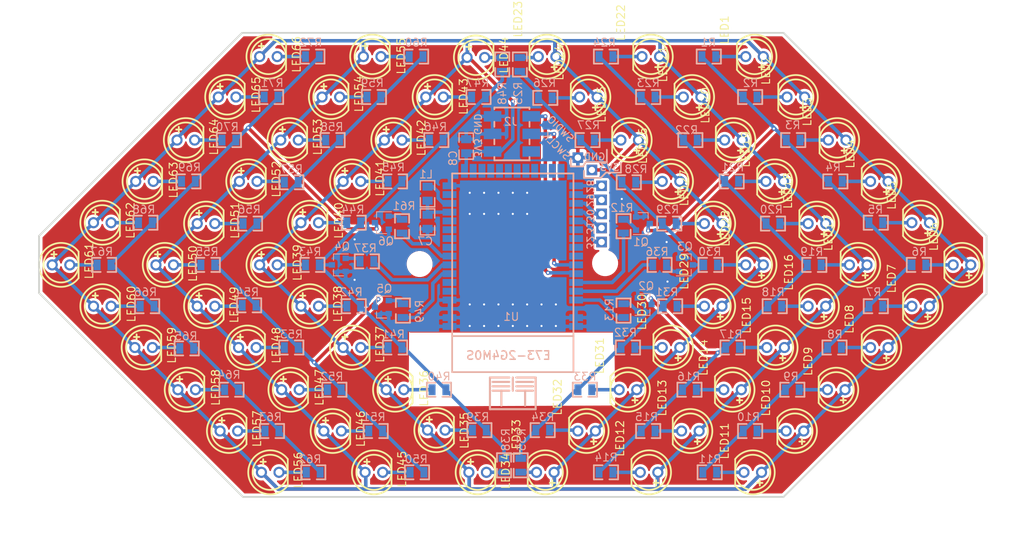
<source format=kicad_pcb>
(kicad_pcb (version 20171130) (host pcbnew 5.1.7-a382d34a8~87~ubuntu20.04.1)
  (layers (0 F.Cu signal) (31 B.Cu signal) (34 B.Paste user) (35 F.Paste user) (36 B.SilkS user) (37 F.SilkS user) (38 B.Mask user) (39 F.Mask user) (44 Edge.Cuts user))
  (net 0 "")
  (net 1 GND)
  (net 2 +3V3)
  (net 3 Q5_3)
  (net 4 Q6_3)
  (net 5 R1_1)
  (net 6 Q2_3)
  (net 7 SWCLK)
  (net 8 SWDIO)
  (net 9 AL1)
  (net 10 N$23433)
  (net 11 N$23427)
  (net 12 N$23430)
  (net 13 N$23439)
  (net 14 N$23436)
  (net 15 R37_2)
  (net 16 Q4_3)
  (net 17 R49_2)
  (net 18 R61_2)
  (net 19 R38_2)
  (net 20 R25_1)
  (net 21 R40_2)
  (net 22 R39_2)
  (net 23 R50_2)
  (net 24 R62_2)
  (net 25 R51_2)
  (net 26 R41_2)
  (net 27 R52_2)
  (net 28 R63_2)
  (net 29 R64_2)
  (net 30 R48_2)
  (net 31 R47_2)
  (net 32 R46_2)
  (net 33 R45_2)
  (net 34 R44_2)
  (net 35 R43_2)
  (net 36 R42_2)
  (net 37 R53_2)
  (net 38 R65_2)
  (net 39 R54_2)
  (net 40 R55_2)
  (net 41 R56_2)
  (net 42 R57_2)
  (net 43 R58_2)
  (net 44 R59_2)
  (net 45 R60_2)
  (net 46 R66_2)
  (net 47 R67_2)
  (net 48 R68_2)
  (net 49 R69_2)
  (net 50 R70_2)
  (net 51 R71_2)
  (net 52 R72_2)
  (net 53 Q3_1)
  (net 54 R13_2)
  (net 55 LED26_2)
  (net 56 LED25_2)
  (net 57 LED24_2)
  (net 58 LED23_2)
  (net 59 LED27_2)
  (net 60 LED28_2)
  (net 61 LED29_2)
  (net 62 LED30_2)
  (net 63 LED31_2)
  (net 64 LED32_2)
  (net 65 LED33_2)
  (net 66 R14_2)
  (net 67 LED11_2)
  (net 68 R15_2)
  (net 69 R24_2)
  (net 70 R23_2)
  (net 71 R22_2)
  (net 72 R21_2)
  (net 73 R20_2)
  (net 74 R19_2)
  (net 75 R18_2)
  (net 76 R17_2)
  (net 77 R16_2)
  (net 78 LED10_2)
  (net 79 LED9_2)
  (net 80 LED8_2)
  (net 81 LED7_2)
  (net 82 LED6_2)
  (net 83 LED5_2)
  (net 84 LED4_2)
  (net 85 LED3_2)
  (net 86 LED2_2)
  (net 87 LED1_2)
  (net 88 AR2)
  (net 89 AR3)
  (net 90 AR1)
  (net 91 AL2)
  (net 92 AL3)
  (net 93 Q1_1)
  (net 94 L1_2)
  (net 95 C7_2)
  (module Package_TO_SOT_SMD:SOT-23 (layer B.Cu) (at 134.239 70.485 180)
    (fp_text reference Q5 (at 0.889 2.667) (layer B.SilkS) (effects (font (size 1.143 1.143) (thickness 0.152)) (justify right mirror)))
    (fp_text value MMBT2222 hide)
    (pad 3 smd rect (at 1 0 180) (size 0.9 0.8) (layers B.Cu B.Paste B.Mask) (net 3 Q5_3))
    (pad 2 smd rect (at -1 -0.95 180) (size 0.9 0.8) (layers B.Cu B.Paste B.Mask) (net 1 GND))
    (pad 1 smd rect (at -1 0.95 180) (size 0.9 0.8) (layers B.Cu B.Paste B.Mask) (net 17 R49_2))
  )
  (module Package_TO_SOT_SMD:SOT-23 (layer B.Cu) (at 128.016 64.389 180)
    (fp_text reference Q4 (at 0.762 2.667) (layer B.SilkS) (effects (font (size 1.143 1.143) (thickness 0.152)) (justify right mirror)))
    (fp_text value MMBT2222 hide)
    (pad 3 smd rect (at 1 0 180) (size 0.9 0.8) (layers B.Cu B.Paste B.Mask) (net 16 Q4_3))
    (pad 2 smd rect (at -1 -0.95 180) (size 0.9 0.8) (layers B.Cu B.Paste B.Mask) (net 1 GND))
    (pad 1 smd rect (at -1 0.95 180) (size 0.9 0.8) (layers B.Cu B.Paste B.Mask) (net 15 R37_2))
  )
  (module Package_TO_SOT_SMD:SOT-23 (layer B.Cu) (at 134.239 58.293 180)
    (fp_text reference Q6 (at 0.635 -2.667) (layer B.SilkS) (effects (font (size 1.143 1.143) (thickness 0.152)) (justify right mirror)))
    (fp_text value MMBT2222 hide)
    (pad 3 smd rect (at 1 0 180) (size 0.9 0.8) (layers B.Cu B.Paste B.Mask) (net 4 Q6_3))
    (pad 2 smd rect (at -1 -0.95 180) (size 0.9 0.8) (layers B.Cu B.Paste B.Mask) (net 1 GND))
    (pad 1 smd rect (at -1 0.95 180) (size 0.9 0.8) (layers B.Cu B.Paste B.Mask) (net 18 R61_2))
  )
  (module Package_TO_SOT_SMD:SOT-23 (layer B.Cu) (at 172.212 70.104)
    (fp_text reference Q2 (at -1.016 -2.667) (layer B.SilkS) (effects (font (size 1.143 1.143) (thickness 0.152)) (justify right mirror)))
    (fp_text value MMBT2222 hide)
    (pad 3 smd rect (at 1 0) (size 0.9 0.8) (layers B.Cu B.Paste B.Mask) (net 6 Q2_3))
    (pad 2 smd rect (at -1 -0.95) (size 0.9 0.8) (layers B.Cu B.Paste B.Mask) (net 1 GND))
    (pad 1 smd rect (at -1 0.95) (size 0.9 0.8) (layers B.Cu B.Paste B.Mask) (net 54 R13_2))
  )
  (module Package_TO_SOT_SMD:SOT-23 (layer B.Cu) (at 178.181 64.389)
    (fp_text reference Q3 (at -1.397 -2.667) (layer B.SilkS) (effects (font (size 1.143 1.143) (thickness 0.152)) (justify right mirror)))
    (fp_text value MMBT2222 hide)
    (pad 3 smd rect (at 1 0) (size 0.9 0.8) (layers B.Cu B.Paste B.Mask) (net 20 R25_1))
    (pad 2 smd rect (at -1 -0.95) (size 0.9 0.8) (layers B.Cu B.Paste B.Mask) (net 1 GND))
    (pad 1 smd rect (at -1 0.95) (size 0.9 0.8) (layers B.Cu B.Paste B.Mask) (net 53 Q3_1))
  )
  (module Package_TO_SOT_SMD:SOT-23 (layer B.Cu) (at 171.958 58.42)
    (fp_text reference Q1 (at -1.524 2.667) (layer B.SilkS) (effects (font (size 1.143 1.143) (thickness 0.152)) (justify right mirror)))
    (fp_text value MMBT2222 hide)
    (pad 3 smd rect (at 1 0) (size 0.9 0.8) (layers B.Cu B.Paste B.Mask) (net 5 R1_1))
    (pad 2 smd rect (at -1 -0.95) (size 0.9 0.8) (layers B.Cu B.Paste B.Mask) (net 1 GND))
    (pad 1 smd rect (at -1 0.95) (size 0.9 0.8) (layers B.Cu B.Paste B.Mask) (net 93 Q1_1))
  )
  (module AutoGenerated:Pad_1.52mm (layer F.Cu) (at 165.989 52.959)
    (fp_text reference "" (at 0 0) (layer F.SilkS) (effects (font (size 1.27 1.27))))
    (fp_text value "" (at 0 0) (layer F.SilkS) (effects (font (size 1.27 1.27))))
    (pad 1 thru_hole rect (at 0 0) (size 1.524 1.524) (drill 0.914) (layers *.Cu *.Paste *.Mask) (net 11 N$23427))
  )
  (module AutoGenerated:Pad_1.52mm (layer F.Cu) (at 165.989 54.991)
    (fp_text reference "" (at 0 0) (layer F.SilkS) (effects (font (size 1.27 1.27))))
    (fp_text value "" (at 0 0) (layer F.SilkS) (effects (font (size 1.27 1.27))))
    (pad 1 thru_hole rect (at 0 0) (size 1.524 1.524) (drill 0.914) (layers *.Cu *.Paste *.Mask) (net 12 N$23430))
  )
  (module AutoGenerated:Pad_1.52mm (layer F.Cu) (at 165.989 57.023)
    (fp_text reference "" (at 0 0) (layer F.SilkS) (effects (font (size 1.27 1.27))))
    (fp_text value "" (at 0 0) (layer F.SilkS) (effects (font (size 1.27 1.27))))
    (pad 1 thru_hole rect (at 0 0) (size 1.524 1.524) (drill 0.914) (layers *.Cu *.Paste *.Mask) (net 10 N$23433))
  )
  (module AutoGenerated:Pad_1.52mm (layer F.Cu) (at 165.989 59.055)
    (fp_text reference "" (at 0 0) (layer F.SilkS) (effects (font (size 1.27 1.27))))
    (fp_text value "" (at 0 0) (layer F.SilkS) (effects (font (size 1.27 1.27))))
    (pad 1 thru_hole rect (at 0 0) (size 1.524 1.524) (drill 0.914) (layers *.Cu *.Paste *.Mask) (net 14 N$23436))
  )
  (module AutoGenerated:Pad_1.52mm (layer F.Cu) (at 165.989 61.087)
    (fp_text reference "" (at 0 0) (layer F.SilkS) (effects (font (size 1.27 1.27))))
    (fp_text value "" (at 0 0) (layer F.SilkS) (effects (font (size 1.27 1.27))))
    (pad 1 thru_hole rect (at 0 0) (size 1.524 1.524) (drill 0.914) (layers *.Cu *.Paste *.Mask) (net 13 N$23439))
  )
  (module AutoGenerated:Pad_1.52mm (layer F.Cu) (at 162.56 48.895)
    (fp_text reference "" (at 0 0) (layer F.SilkS) (effects (font (size 1.27 1.27))))
    (fp_text value "" (at 0 0) (layer F.SilkS) (effects (font (size 1.27 1.27))))
    (pad 2 thru_hole rect (at 0 0) (size 1.524 1.524) (drill 0.914) (layers *.Cu *.Paste *.Mask) (net 1 GND))
  )
  (module AutoGenerated:Pad_1.52mm (layer F.Cu) (at 164.592 50.673)
    (fp_text reference "" (at 0 0) (layer F.SilkS) (effects (font (size 1.27 1.27))))
    (fp_text value "" (at 0 0) (layer F.SilkS) (effects (font (size 1.27 1.27))))
    (pad 3 thru_hole rect (at 0 0) (size 1.524 1.524) (drill 0.914) (layers *.Cu *.Paste *.Mask) (net 2 +3V3))
  )
  (module easyeda:H2X3-SMD-2.54 (layer F.Cu) (at 153.035 45.466 180)
    (fp_text reference J2 (at -0.889 1.778) (layer B.SilkS) (effects (font (size 1.143 1.143) (thickness 0.152)) (justify left mirror)))
    (fp_text value SWD hide)
    (pad 1 smd rect (at 2.794 -2.54 180) (size 2.54 1.524) (layers B.Cu B.Paste B.Mask) (net 2 +3V3))
    (pad 2 smd rect (at 2.794 0 180) (size 2.54 1.524) (layers B.Cu B.Paste B.Mask) (net 1 GND))
    (pad 3 smd rect (at 2.794 2.54 180) (size 2.54 1.524) (layers B.Cu B.Paste B.Mask) (net 1 GND))
    (pad 4 smd rect (at -2.794 2.54) (size 2.54 1.524) (layers B.Cu B.Paste B.Mask) (net 8 SWDIO))
    (pad 5 smd rect (at -2.794 0) (size 2.54 1.524) (layers B.Cu B.Paste B.Mask) (net 7 SWCLK))
    (pad 6 smd rect (at -2.794 -2.54) (size 2.54 1.524) (layers B.Cu B.Paste B.Mask))
  )
  (module easyeda:0805 (layer F.Cu) (at 140.843 55.118 270)
    (fp_text reference L1 (at -3.81 -0.889) (layer B.SilkS) (effects (font (size 1.143 1.143) (thickness 0.152)) (justify left mirror)))
    (fp_text value 10uH hide)
    (pad 1 smd rect (at 0 0 270) (size 1.16 1.47) (layers B.Cu B.Paste B.Mask) (net 95 C7_2))
    (pad 2 smd rect (at -2.032 0 270) (size 1.16 1.47) (layers B.Cu B.Paste B.Mask) (net 94 L1_2))
  )
  (module easyeda:0805 (layer F.Cu) (at 140.843 59.182 270)
    (fp_text reference C7 (at 1.778 -0.889) (layer B.SilkS) (effects (font (size 1.143 1.143) (thickness 0.152)) (justify left mirror)))
    (fp_text value 1u hide)
    (pad 1 smd rect (at 0 0 270) (size 1.16 1.47) (layers B.Cu B.Paste B.Mask) (net 1 GND))
    (pad 2 smd rect (at -2.032 0 270) (size 1.16 1.47) (layers B.Cu B.Paste B.Mask) (net 95 C7_2))
  )
  (module easyeda:0805 (layer F.Cu) (at 146.431 46.228 90)
    (fp_text reference C8 (at -1.524 -1.905 90) (layer B.SilkS) (effects (font (size 1.143 1.143) (thickness 0.152)) (justify left mirror)))
    (fp_text value 10u hide)
    (pad 1 smd rect (at 0 0 90) (size 1.16 1.47) (layers B.Cu B.Paste B.Mask) (net 1 GND))
    (pad 2 smd rect (at -2.032 0 90) (size 1.16 1.47) (layers B.Cu B.Paste B.Mask) (net 2 +3V3))
  )
  (module easyeda:E73-2G4M04S (layer F.Cu) (at 144.399 74.676 180)
    (fp_text reference U1 (at -9.779 2.794 180) (layer B.SilkS) (effects (font (size 1.143 1.143) (thickness 0.152)) (justify left mirror)))
    (fp_text value E73-2G4M0S (at -14.351 -2.794 180) (layer B.SilkS) (effects (font (size 1.219 1.219) (thickness 0.203)) (justify left mirror)))
    (pad 14 smd rect (at 0.381 20.447 180) (size 2 1) (layers B.Cu B.Paste B.Mask))
    (pad 13 smd rect (at 0.381 19.177 180) (size 2 1) (layers B.Cu B.Paste B.Mask) (net 94 L1_2))
    (pad 12 smd rect (at 0.381 17.907 180) (size 2 1) (layers B.Cu B.Paste B.Mask) (net 95 C7_2))
    (pad 11 smd rect (at 0.381 16.637 180) (size 2 1) (layers B.Cu B.Paste B.Mask))
    (pad 10 smd rect (at 0.381 15.367 180) (size 2 1) (layers B.Cu B.Paste B.Mask))
    (pad 9 smd rect (at 0.381 14.097 180) (size 2 1) (layers B.Cu B.Paste B.Mask))
    (pad 8 smd rect (at 0.381 12.827 180) (size 2 1) (layers B.Cu B.Paste B.Mask))
    (pad 7 smd rect (at 0.381 11.557 180) (size 2 1) (layers B.Cu B.Paste B.Mask) (net 89 AR3))
    (pad 6 smd rect (at 0.381 10.287 180) (size 2 1) (layers B.Cu B.Paste B.Mask) (net 90 AR1))
    (pad 5 smd rect (at 0.381 9.017 180) (size 2 1) (layers B.Cu B.Paste B.Mask) (net 88 AR2))
    (pad 4 smd rect (at 0.381 7.747 180) (size 2 1) (layers B.Cu B.Paste B.Mask))
    (pad 3 smd rect (at 0.381 6.477 180) (size 2 1) (layers B.Cu B.Paste B.Mask))
    (pad 2 smd rect (at 0.381 5.207 180) (size 2 1) (layers B.Cu B.Paste B.Mask) (net 1 GND))
    (pad 15 smd rect (at 0.381 21.717 180) (size 2 1) (layers B.Cu B.Paste B.Mask) (net 1 GND))
    (pad 1 smd rect (at 0.381 2.667 180) (size 2 1) (layers B.Cu B.Paste B.Mask) (net 1 GND))
    (pad 0 smd rect (at 0.381 1.397 180) (size 2 1) (layers B.Cu B.Paste B.Mask) (net 1 GND))
    (pad 29 smd rect (at -17.907 20.447 180) (size 2 1) (layers B.Cu B.Paste B.Mask) (net 12 N$23430))
    (pad 30 smd rect (at -17.907 19.177 180) (size 2 1) (layers B.Cu B.Paste B.Mask) (net 10 N$23433))
    (pad 31 smd rect (at -17.907 17.907 180) (size 2 1) (layers B.Cu B.Paste B.Mask) (net 14 N$23436))
    (pad 32 smd rect (at -17.907 16.637 180) (size 2 1) (layers B.Cu B.Paste B.Mask) (net 13 N$23439))
    (pad 33 smd rect (at -17.907 15.367 180) (size 2 1) (layers B.Cu B.Paste B.Mask))
    (pad 34 smd rect (at -17.907 14.097 180) (size 2 1) (layers B.Cu B.Paste B.Mask))
    (pad 35 smd rect (at -17.907 12.827 180) (size 2 1) (layers B.Cu B.Paste B.Mask))
    (pad 36 smd rect (at -17.907 11.557 180) (size 2 1) (layers B.Cu B.Paste B.Mask))
    (pad 37 smd rect (at -17.907 10.287 180) (size 2 1) (layers B.Cu B.Paste B.Mask) (net 7 SWCLK))
    (pad 38 smd rect (at -17.907 9.017 180) (size 2 1) (layers B.Cu B.Paste B.Mask) (net 8 SWDIO))
    (pad 39 smd rect (at -17.907 7.747 180) (size 2 1) (layers B.Cu B.Paste B.Mask) (net 9 AL1))
    (pad 40 smd rect (at -17.907 6.477 180) (size 2 1) (layers B.Cu B.Paste B.Mask) (net 92 AL3))
    (pad 41 smd rect (at -17.907 5.207 180) (size 2 1) (layers B.Cu B.Paste B.Mask) (net 91 AL2))
    (pad 28 smd rect (at -17.907 21.717 180) (size 2 1) (layers B.Cu B.Paste B.Mask) (net 11 N$23427))
    (pad 42 smd rect (at -17.907 2.667 180) (size 2 1) (layers B.Cu B.Paste B.Mask) (net 1 GND))
    (pad 43 smd rect (at -17.907 1.397 180) (size 2 1) (layers B.Cu B.Paste B.Mask) (net 1 GND))
    (pad 16 smd rect (at -1.778 23.874 90) (size 2 1) (layers B.Cu B.Paste B.Mask) (net 2 +3V3))
    (pad 17 smd rect (at -3.035 23.874 90) (size 2 1) (layers B.Cu B.Paste B.Mask))
    (pad 18 smd rect (at -4.305 23.874 90) (size 2 1) (layers B.Cu B.Paste B.Mask))
    (pad 19 smd rect (at -5.575 23.874 90) (size 2 1) (layers B.Cu B.Paste B.Mask))
    (pad 20 smd rect (at -6.845 23.874 90) (size 2 1) (layers B.Cu B.Paste B.Mask))
    (pad 21 smd rect (at -8.115 23.874 90) (size 2 1) (layers B.Cu B.Paste B.Mask))
    (pad 22 smd rect (at -9.385 23.874 90) (size 2 1) (layers B.Cu B.Paste B.Mask))
    (pad 23 smd rect (at -10.655 23.874 90) (size 2 1) (layers B.Cu B.Paste B.Mask))
    (pad 24 smd rect (at -11.925 23.874 90) (size 2 1) (layers B.Cu B.Paste B.Mask))
    (pad 25 smd rect (at -13.195 23.874 90) (size 2 1) (layers B.Cu B.Paste B.Mask))
    (pad 26 smd rect (at -14.465 23.874 90) (size 2 1) (layers B.Cu B.Paste B.Mask))
    (pad 27 smd rect (at -15.735 23.874 90) (size 2 1) (layers B.Cu B.Paste B.Mask))
  )
  (module easyeda:R0805 (layer F.Cu) (at 157.48 88.265 180)
    (fp_text reference R34 (at -1.778 1.905) (layer B.SilkS) (effects (font (size 1.143 1.143) (thickness 0.152)) (justify left mirror)))
    (fp_text value 33 hide)
    (pad 2 smd rect (at -1 0 180) (size 1 1.55) (layers B.Cu B.Paste B.Mask) (net 64 LED32_2))
    (pad 1 smd rect (at 1 0 180) (size 1 1.55) (layers B.Cu B.Paste B.Mask) (net 20 R25_1))
  )
  (module easyeda:R0805 (layer F.Cu) (at 163.576 82.423 180)
    (fp_text reference R33 (at -1.778 1.905) (layer B.SilkS) (effects (font (size 1.143 1.143) (thickness 0.152)) (justify left mirror)))
    (fp_text value 33 hide)
    (pad 2 smd rect (at -1 0 180) (size 1 1.55) (layers B.Cu B.Paste B.Mask) (net 63 LED31_2))
    (pad 1 smd rect (at 1 0 180) (size 1 1.55) (layers B.Cu B.Paste B.Mask) (net 20 R25_1))
  )
  (module easyeda:R0805 (layer F.Cu) (at 169.799 76.327 180)
    (fp_text reference R32 (at -1.397 2.159) (layer B.SilkS) (effects (font (size 1.143 1.143) (thickness 0.152)) (justify left mirror)))
    (fp_text value 33 hide)
    (pad 2 smd rect (at -1 0 180) (size 1 1.55) (layers B.Cu B.Paste B.Mask) (net 62 LED30_2))
    (pad 1 smd rect (at 1 0 180) (size 1 1.55) (layers B.Cu B.Paste B.Mask) (net 20 R25_1))
  )
  (module easyeda:R0805 (layer F.Cu) (at 175.895 70.358 180)
    (fp_text reference R31 (at -1.27 2.032) (layer B.SilkS) (effects (font (size 1.143 1.143) (thickness 0.152)) (justify left mirror)))
    (fp_text value 33 hide)
    (pad 2 smd rect (at -1 0 180) (size 1 1.55) (layers B.Cu B.Paste B.Mask) (net 61 LED29_2))
    (pad 1 smd rect (at 1 0 180) (size 1 1.55) (layers B.Cu B.Paste B.Mask) (net 20 R25_1))
  )
  (module easyeda:R0805 (layer F.Cu) (at 181.737 64.389 180)
    (fp_text reference R30 (at -1.651 1.905) (layer B.SilkS) (effects (font (size 1.143 1.143) (thickness 0.152)) (justify left mirror)))
    (fp_text value 33 hide)
    (pad 2 smd rect (at -1 0 180) (size 1 1.55) (layers B.Cu B.Paste B.Mask) (net 60 LED28_2))
    (pad 1 smd rect (at 1 0 180) (size 1 1.55) (layers B.Cu B.Paste B.Mask) (net 20 R25_1))
  )
  (module easyeda:R0805 (layer F.Cu) (at 175.768 58.42 180)
    (fp_text reference R29 (at -1.524 2.032) (layer B.SilkS) (effects (font (size 1.143 1.143) (thickness 0.152)) (justify left mirror)))
    (fp_text value 33 hide)
    (pad 2 smd rect (at -1 0 180) (size 1 1.55) (layers B.Cu B.Paste B.Mask) (net 59 LED27_2))
    (pad 1 smd rect (at 1 0 180) (size 1 1.55) (layers B.Cu B.Paste B.Mask) (net 20 R25_1))
  )
  (module easyeda:R0805 (layer F.Cu) (at 169.926 52.451 180)
    (fp_text reference R28 (at -2.794 1.905) (layer B.SilkS) (effects (font (size 1.143 1.143) (thickness 0.152)) (justify left mirror)))
    (fp_text value 33 hide)
    (pad 2 smd rect (at -1 0 180) (size 1 1.55) (layers B.Cu B.Paste B.Mask) (net 55 LED26_2))
    (pad 1 smd rect (at 1 0 180) (size 1 1.55) (layers B.Cu B.Paste B.Mask) (net 20 R25_1))
  )
  (module easyeda:R0805 (layer F.Cu) (at 174.371 64.389 180)
    (fp_text reference R36 (at -1.397 1.905) (layer B.SilkS) (effects (font (size 1.143 1.143) (thickness 0.152)) (justify left mirror)))
    (fp_text value 1K hide)
    (pad 2 smd rect (at -1 0 180) (size 1 1.55) (layers B.Cu B.Paste B.Mask) (net 53 Q3_1))
    (pad 1 smd rect (at 1 0 180) (size 1 1.55) (layers B.Cu B.Paste B.Mask) (net 92 AL3))
  )
  (module easyeda:R0805 (layer F.Cu) (at 154.305 93.345 90)
    (fp_text reference R35 (at 5.461 0.127 90) (layer B.SilkS) (effects (font (size 1.143 1.143) (thickness 0.152)) (justify left mirror)))
    (fp_text value 33 hide)
    (pad 2 smd rect (at -1 0 90) (size 1 1.55) (layers B.Cu B.Paste B.Mask) (net 65 LED33_2))
    (pad 1 smd rect (at 1 0 90) (size 1 1.55) (layers B.Cu B.Paste B.Mask) (net 20 R25_1))
  )
  (module easyeda:R0805 (layer F.Cu) (at 163.957 46.355 180)
    (fp_text reference R27 (at -1.905 2.159) (layer B.SilkS) (effects (font (size 1.143 1.143) (thickness 0.152)) (justify left mirror)))
    (fp_text value 33 hide)
    (pad 2 smd rect (at -1 0 180) (size 1 1.55) (layers B.Cu B.Paste B.Mask) (net 56 LED25_2))
    (pad 1 smd rect (at 1 0 180) (size 1 1.55) (layers B.Cu B.Paste B.Mask) (net 20 R25_1))
  )
  (module easyeda:R0805 (layer F.Cu) (at 157.861 40.259 180)
    (fp_text reference R26 (at -1.651 2.159) (layer B.SilkS) (effects (font (size 1.143 1.143) (thickness 0.152)) (justify left mirror)))
    (fp_text value 33 hide)
    (pad 2 smd rect (at -1 0 180) (size 1 1.55) (layers B.Cu B.Paste B.Mask) (net 57 LED24_2))
    (pad 1 smd rect (at 1 0 180) (size 1 1.55) (layers B.Cu B.Paste B.Mask) (net 20 R25_1))
  )
  (module easyeda:R0805 (layer F.Cu) (at 154.178 35.433 270)
    (fp_text reference R25 (at 2.413 0.254 270) (layer B.SilkS) (effects (font (size 1.143 1.143) (thickness 0.152)) (justify left mirror)))
    (fp_text value 33 hide)
    (pad 2 smd rect (at -1 0 270) (size 1 1.55) (layers B.Cu B.Paste B.Mask) (net 58 LED23_2))
    (pad 1 smd rect (at 1 0 270) (size 1 1.55) (layers B.Cu B.Paste B.Mask) (net 20 R25_1))
  )
  (module easyeda:R0805 (layer F.Cu) (at 151.638 35.433 270)
    (fp_text reference R48 (at 2.413 0 270) (layer B.SilkS) (effects (font (size 1.143 1.143) (thickness 0.152)) (justify left mirror)))
    (fp_text value 33 hide)
    (pad 2 smd rect (at -1 0 270) (size 1 1.55) (layers B.Cu B.Paste B.Mask) (net 30 R48_2))
    (pad 1 smd rect (at 1 0 270) (size 1 1.55) (layers B.Cu B.Paste B.Mask) (net 16 Q4_3))
  )
  (module easyeda:R0805 (layer F.Cu) (at 132.08 63.881)
    (fp_text reference R37 (at 1.524 -1.905) (layer B.SilkS) (effects (font (size 1.143 1.143) (thickness 0.152)) (justify left mirror)))
    (fp_text value 1K hide)
    (pad 2 smd rect (at -1 0) (size 1 1.55) (layers B.Cu B.Paste B.Mask) (net 15 R37_2))
    (pad 1 smd rect (at 1 0) (size 1 1.55) (layers B.Cu B.Paste B.Mask) (net 90 AR1))
  )
  (module easyeda:R0805 (layer F.Cu) (at 151.892 93.345 90)
    (fp_text reference R38 (at 5.461 0.254 90) (layer B.SilkS) (effects (font (size 1.143 1.143) (thickness 0.152)) (justify left mirror)))
    (fp_text value 33 hide)
    (pad 2 smd rect (at -1 0 90) (size 1 1.55) (layers B.Cu B.Paste B.Mask) (net 19 R38_2))
    (pad 1 smd rect (at 1 0 90) (size 1 1.55) (layers B.Cu B.Paste B.Mask) (net 16 Q4_3))
  )
  (module easyeda:R0805 (layer F.Cu) (at 148.336 88.265)
    (fp_text reference R39 (at 1.524 -1.905) (layer B.SilkS) (effects (font (size 1.143 1.143) (thickness 0.152)) (justify left mirror)))
    (fp_text value 33 hide)
    (pad 2 smd rect (at -1 0) (size 1 1.55) (layers B.Cu B.Paste B.Mask) (net 22 R39_2))
    (pad 1 smd rect (at 1 0) (size 1 1.55) (layers B.Cu B.Paste B.Mask) (net 16 Q4_3))
  )
  (module easyeda:R0805 (layer F.Cu) (at 142.494 82.423)
    (fp_text reference R40 (at 1.778 -1.905) (layer B.SilkS) (effects (font (size 1.143 1.143) (thickness 0.152)) (justify left mirror)))
    (fp_text value 33 hide)
    (pad 2 smd rect (at -1 0) (size 1 1.55) (layers B.Cu B.Paste B.Mask) (net 21 R40_2))
    (pad 1 smd rect (at 1 0) (size 1 1.55) (layers B.Cu B.Paste B.Mask) (net 16 Q4_3))
  )
  (module easyeda:R0805 (layer F.Cu) (at 136.144 76.327)
    (fp_text reference R41 (at 1.524 -1.905) (layer B.SilkS) (effects (font (size 1.143 1.143) (thickness 0.152)) (justify left mirror)))
    (fp_text value 33 hide)
    (pad 2 smd rect (at -1 0) (size 1 1.55) (layers B.Cu B.Paste B.Mask) (net 26 R41_2))
    (pad 1 smd rect (at 1 0) (size 1 1.55) (layers B.Cu B.Paste B.Mask) (net 16 Q4_3))
  )
  (module easyeda:R0805 (layer F.Cu) (at 130.175 70.358)
    (fp_text reference R42 (at 1.397 -2.032) (layer B.SilkS) (effects (font (size 1.143 1.143) (thickness 0.152)) (justify left mirror)))
    (fp_text value 33 hide)
    (pad 2 smd rect (at -1 0) (size 1 1.55) (layers B.Cu B.Paste B.Mask) (net 36 R42_2))
    (pad 1 smd rect (at 1 0) (size 1 1.55) (layers B.Cu B.Paste B.Mask) (net 16 Q4_3))
  )
  (module easyeda:R0805 (layer F.Cu) (at 124.206 64.389)
    (fp_text reference R43 (at 1.397 -1.905) (layer B.SilkS) (effects (font (size 1.143 1.143) (thickness 0.152)) (justify left mirror)))
    (fp_text value 33 hide)
    (pad 2 smd rect (at -1 0) (size 1 1.55) (layers B.Cu B.Paste B.Mask) (net 35 R43_2))
    (pad 1 smd rect (at 1 0) (size 1 1.55) (layers B.Cu B.Paste B.Mask) (net 16 Q4_3))
  )
  (module easyeda:R0805 (layer F.Cu) (at 130.175 58.293)
    (fp_text reference R44 (at 1.651 -1.905) (layer B.SilkS) (effects (font (size 1.143 1.143) (thickness 0.152)) (justify left mirror)))
    (fp_text value 33 hide)
    (pad 2 smd rect (at -1 0) (size 1 1.55) (layers B.Cu B.Paste B.Mask) (net 34 R44_2))
    (pad 1 smd rect (at 1 0) (size 1 1.55) (layers B.Cu B.Paste B.Mask) (net 16 Q4_3))
  )
  (module easyeda:R0805 (layer F.Cu) (at 136.144 52.324)
    (fp_text reference R45 (at 1.524 -2.032) (layer B.SilkS) (effects (font (size 1.143 1.143) (thickness 0.152)) (justify left mirror)))
    (fp_text value 33 hide)
    (pad 2 smd rect (at -1 0) (size 1 1.55) (layers B.Cu B.Paste B.Mask) (net 33 R45_2))
    (pad 1 smd rect (at 1 0) (size 1 1.55) (layers B.Cu B.Paste B.Mask) (net 16 Q4_3))
  )
  (module easyeda:R0805 (layer F.Cu) (at 142.113 46.355)
    (fp_text reference R46 (at 1.651 -1.905) (layer B.SilkS) (effects (font (size 1.143 1.143) (thickness 0.152)) (justify left mirror)))
    (fp_text value 33 hide)
    (pad 2 smd rect (at -1 0) (size 1 1.55) (layers B.Cu B.Paste B.Mask) (net 32 R46_2))
    (pad 1 smd rect (at 1 0) (size 1 1.55) (layers B.Cu B.Paste B.Mask) (net 16 Q4_3))
  )
  (module easyeda:R0805 (layer F.Cu) (at 148.209 40.132)
    (fp_text reference R47 (at 1.651 -2.032) (layer B.SilkS) (effects (font (size 1.143 1.143) (thickness 0.152)) (justify left mirror)))
    (fp_text value 33 hide)
    (pad 2 smd rect (at -1 0) (size 1 1.55) (layers B.Cu B.Paste B.Mask) (net 31 R47_2))
    (pad 1 smd rect (at 1 0) (size 1 1.55) (layers B.Cu B.Paste B.Mask) (net 16 Q4_3))
  )
  (module easyeda:R0805 (layer F.Cu) (at 137.287 70.993 270)
    (fp_text reference R49 (at -1.651 -2.413 270) (layer B.SilkS) (effects (font (size 1.143 1.143) (thickness 0.152)) (justify left mirror)))
    (fp_text value 1K hide)
    (pad 2 smd rect (at -1 0 270) (size 1 1.55) (layers B.Cu B.Paste B.Mask) (net 17 R49_2))
    (pad 1 smd rect (at 1 0 270) (size 1 1.55) (layers B.Cu B.Paste B.Mask) (net 88 AR2))
  )
  (module easyeda:R0805 (layer F.Cu) (at 139.319 94.361)
    (fp_text reference R50 (at 1.651 -1.905) (layer B.SilkS) (effects (font (size 1.143 1.143) (thickness 0.152)) (justify left mirror)))
    (fp_text value 33 hide)
    (pad 2 smd rect (at -1 0) (size 1 1.55) (layers B.Cu B.Paste B.Mask) (net 23 R50_2))
    (pad 1 smd rect (at 1 0) (size 1 1.55) (layers B.Cu B.Paste B.Mask) (net 3 Q5_3))
  )
  (module easyeda:R0805 (layer F.Cu) (at 133.35 88.392)
    (fp_text reference R51 (at 1.524 -2.032) (layer B.SilkS) (effects (font (size 1.143 1.143) (thickness 0.152)) (justify left mirror)))
    (fp_text value 33 hide)
    (pad 2 smd rect (at -1 0) (size 1 1.55) (layers B.Cu B.Paste B.Mask) (net 25 R51_2))
    (pad 1 smd rect (at 1 0) (size 1 1.55) (layers B.Cu B.Paste B.Mask) (net 3 Q5_3))
  )
  (module easyeda:R0805 (layer F.Cu) (at 127.381 82.423)
    (fp_text reference R52 (at 1.397 -1.905) (layer B.SilkS) (effects (font (size 1.143 1.143) (thickness 0.152)) (justify left mirror)))
    (fp_text value 33 hide)
    (pad 2 smd rect (at -1 0) (size 1 1.55) (layers B.Cu B.Paste B.Mask) (net 27 R52_2))
    (pad 1 smd rect (at 1 0) (size 1 1.55) (layers B.Cu B.Paste B.Mask) (net 3 Q5_3))
  )
  (module easyeda:R0805 (layer F.Cu) (at 121.158 76.327)
    (fp_text reference R53 (at 1.778 -1.905) (layer B.SilkS) (effects (font (size 1.143 1.143) (thickness 0.152)) (justify left mirror)))
    (fp_text value 33 hide)
    (pad 2 smd rect (at -1 0) (size 1 1.55) (layers B.Cu B.Paste B.Mask) (net 37 R53_2))
    (pad 1 smd rect (at 1 0) (size 1 1.55) (layers B.Cu B.Paste B.Mask) (net 3 Q5_3))
  )
  (module easyeda:R0805 (layer F.Cu) (at 115.062 70.231)
    (fp_text reference R54 (at 1.524 -1.905) (layer B.SilkS) (effects (font (size 1.143 1.143) (thickness 0.152)) (justify left mirror)))
    (fp_text value 33 hide)
    (pad 2 smd rect (at -1 0) (size 1 1.55) (layers B.Cu B.Paste B.Mask) (net 39 R54_2))
    (pad 1 smd rect (at 1 0) (size 1 1.55) (layers B.Cu B.Paste B.Mask) (net 3 Q5_3))
  )
  (module easyeda:R0805 (layer F.Cu) (at 109.093 64.389)
    (fp_text reference R55 (at 1.651 -1.905) (layer B.SilkS) (effects (font (size 1.143 1.143) (thickness 0.152)) (justify left mirror)))
    (fp_text value 33 hide)
    (pad 2 smd rect (at -1 0) (size 1 1.55) (layers B.Cu B.Paste B.Mask) (net 40 R55_2))
    (pad 1 smd rect (at 1 0) (size 1 1.55) (layers B.Cu B.Paste B.Mask) (net 3 Q5_3))
  )
  (module easyeda:R0805 (layer F.Cu) (at 115.189 58.42)
    (fp_text reference R56 (at 1.651 -2.032) (layer B.SilkS) (effects (font (size 1.143 1.143) (thickness 0.152)) (justify left mirror)))
    (fp_text value 33 hide)
    (pad 2 smd rect (at -1 0) (size 1 1.55) (layers B.Cu B.Paste B.Mask) (net 41 R56_2))
    (pad 1 smd rect (at 1 0) (size 1 1.55) (layers B.Cu B.Paste B.Mask) (net 3 Q5_3))
  )
  (module easyeda:R0805 (layer F.Cu) (at 121.158 52.451)
    (fp_text reference R57 (at 1.778 -1.905) (layer B.SilkS) (effects (font (size 1.143 1.143) (thickness 0.152)) (justify left mirror)))
    (fp_text value 33 hide)
    (pad 2 smd rect (at -1 0) (size 1 1.55) (layers B.Cu B.Paste B.Mask) (net 42 R57_2))
    (pad 1 smd rect (at 1 0) (size 1 1.55) (layers B.Cu B.Paste B.Mask) (net 3 Q5_3))
  )
  (module easyeda:R0805 (layer F.Cu) (at 127.127 46.355)
    (fp_text reference R58 (at 1.651 -1.905) (layer B.SilkS) (effects (font (size 1.143 1.143) (thickness 0.152)) (justify left mirror)))
    (fp_text value 33 hide)
    (pad 2 smd rect (at -1 0) (size 1 1.55) (layers B.Cu B.Paste B.Mask) (net 43 R58_2))
    (pad 1 smd rect (at 1 0) (size 1 1.55) (layers B.Cu B.Paste B.Mask) (net 3 Q5_3))
  )
  (module easyeda:R0805 (layer F.Cu) (at 133.096 40.132)
    (fp_text reference R59 (at 1.524 -2.032) (layer B.SilkS) (effects (font (size 1.143 1.143) (thickness 0.152)) (justify left mirror)))
    (fp_text value 33 hide)
    (pad 2 smd rect (at -1 0) (size 1 1.55) (layers B.Cu B.Paste B.Mask) (net 44 R59_2))
    (pad 1 smd rect (at 1 0) (size 1 1.55) (layers B.Cu B.Paste B.Mask) (net 3 Q5_3))
  )
  (module easyeda:R0805 (layer F.Cu) (at 139.192 34.29)
    (fp_text reference R60 (at 1.778 -2.032) (layer B.SilkS) (effects (font (size 1.143 1.143) (thickness 0.152)) (justify left mirror)))
    (fp_text value 33 hide)
    (pad 2 smd rect (at -1 0) (size 1 1.55) (layers B.Cu B.Paste B.Mask) (net 45 R60_2))
    (pad 1 smd rect (at 1 0) (size 1 1.55) (layers B.Cu B.Paste B.Mask) (net 3 Q5_3))
  )
  (module easyeda:R0805 (layer F.Cu) (at 137.16 58.801 270)
    (fp_text reference R61 (at -2.921 -2.032) (layer B.SilkS) (effects (font (size 1.143 1.143) (thickness 0.152)) (justify left mirror)))
    (fp_text value 1K hide)
    (pad 2 smd rect (at -1 0 270) (size 1 1.55) (layers B.Cu B.Paste B.Mask) (net 18 R61_2))
    (pad 1 smd rect (at 1 0 270) (size 1 1.55) (layers B.Cu B.Paste B.Mask) (net 89 AR3))
  )
  (module easyeda:R0805 (layer F.Cu) (at 124.333 94.361)
    (fp_text reference R62 (at 1.27 -1.905) (layer B.SilkS) (effects (font (size 1.143 1.143) (thickness 0.152)) (justify left mirror)))
    (fp_text value 33 hide)
    (pad 2 smd rect (at -1 0) (size 1 1.55) (layers B.Cu B.Paste B.Mask) (net 24 R62_2))
    (pad 1 smd rect (at 1 0) (size 1 1.55) (layers B.Cu B.Paste B.Mask) (net 4 Q6_3))
  )
  (module easyeda:R0805 (layer F.Cu) (at 118.364 88.392)
    (fp_text reference R63 (at 1.524 -2.032) (layer B.SilkS) (effects (font (size 1.143 1.143) (thickness 0.152)) (justify left mirror)))
    (fp_text value 33 hide)
    (pad 2 smd rect (at -1 0) (size 1 1.55) (layers B.Cu B.Paste B.Mask) (net 28 R63_2))
    (pad 1 smd rect (at 1 0) (size 1 1.55) (layers B.Cu B.Paste B.Mask) (net 4 Q6_3))
  )
  (module easyeda:R0805 (layer F.Cu) (at 112.522 82.423)
    (fp_text reference R64 (at 1.397 -2.159) (layer B.SilkS) (effects (font (size 1.143 1.143) (thickness 0.152)) (justify left mirror)))
    (fp_text value 33 hide)
    (pad 2 smd rect (at -1 0) (size 1 1.55) (layers B.Cu B.Paste B.Mask) (net 29 R64_2))
    (pad 1 smd rect (at 1 0) (size 1 1.55) (layers B.Cu B.Paste B.Mask) (net 4 Q6_3))
  )
  (module easyeda:R0805 (layer F.Cu) (at 106.045 76.454)
    (fp_text reference R65 (at 1.651 -1.778) (layer B.SilkS) (effects (font (size 1.143 1.143) (thickness 0.152)) (justify left mirror)))
    (fp_text value 33 hide)
    (pad 2 smd rect (at -1 0) (size 1 1.55) (layers B.Cu B.Paste B.Mask) (net 38 R65_2))
    (pad 1 smd rect (at 1 0) (size 1 1.55) (layers B.Cu B.Paste B.Mask) (net 4 Q6_3))
  )
  (module easyeda:R0805 (layer F.Cu) (at 100.33 70.358)
    (fp_text reference R66 (at 1.524 -2.032) (layer B.SilkS) (effects (font (size 1.143 1.143) (thickness 0.152)) (justify left mirror)))
    (fp_text value 33 hide)
    (pad 2 smd rect (at -1 0) (size 1 1.55) (layers B.Cu B.Paste B.Mask) (net 46 R66_2))
    (pad 1 smd rect (at 1 0) (size 1 1.55) (layers B.Cu B.Paste B.Mask) (net 4 Q6_3))
  )
  (module easyeda:R0805 (layer F.Cu) (at 94.107 64.389)
    (fp_text reference R67 (at 1.397 -1.905) (layer B.SilkS) (effects (font (size 1.143 1.143) (thickness 0.152)) (justify left mirror)))
    (fp_text value 33 hide)
    (pad 2 smd rect (at -1 0) (size 1 1.55) (layers B.Cu B.Paste B.Mask) (net 47 R67_2))
    (pad 1 smd rect (at 1 0) (size 1 1.55) (layers B.Cu B.Paste B.Mask) (net 4 Q6_3))
  )
  (module easyeda:R0805 (layer F.Cu) (at 100.076 58.293)
    (fp_text reference R68 (at 1.524 -1.905) (layer B.SilkS) (effects (font (size 1.143 1.143) (thickness 0.152)) (justify left mirror)))
    (fp_text value 33 hide)
    (pad 2 smd rect (at -1 0) (size 1 1.55) (layers B.Cu B.Paste B.Mask) (net 48 R68_2))
    (pad 1 smd rect (at 1 0) (size 1 1.55) (layers B.Cu B.Paste B.Mask) (net 4 Q6_3))
  )
  (module easyeda:R0805 (layer F.Cu) (at 106.299 52.324)
    (fp_text reference R69 (at 1.905 -2.032) (layer B.SilkS) (effects (font (size 1.143 1.143) (thickness 0.152)) (justify left mirror)))
    (fp_text value 33 hide)
    (pad 2 smd rect (at -1 0) (size 1 1.55) (layers B.Cu B.Paste B.Mask) (net 49 R69_2))
    (pad 1 smd rect (at 1 0) (size 1 1.55) (layers B.Cu B.Paste B.Mask) (net 4 Q6_3))
  )
  (module easyeda:R0805 (layer F.Cu) (at 112.141 46.355)
    (fp_text reference R70 (at 1.524 -1.905) (layer B.SilkS) (effects (font (size 1.143 1.143) (thickness 0.152)) (justify left mirror)))
    (fp_text value 33 hide)
    (pad 2 smd rect (at -1 0) (size 1 1.55) (layers B.Cu B.Paste B.Mask) (net 50 R70_2))
    (pad 1 smd rect (at 1 0) (size 1 1.55) (layers B.Cu B.Paste B.Mask) (net 4 Q6_3))
  )
  (module easyeda:R0805 (layer F.Cu) (at 118.237 40.132)
    (fp_text reference R71 (at 1.905 -2.032) (layer B.SilkS) (effects (font (size 1.143 1.143) (thickness 0.152)) (justify left mirror)))
    (fp_text value 33 hide)
    (pad 2 smd rect (at -1 0) (size 1 1.55) (layers B.Cu B.Paste B.Mask) (net 51 R71_2))
    (pad 1 smd rect (at 1 0) (size 1 1.55) (layers B.Cu B.Paste B.Mask) (net 4 Q6_3))
  )
  (module easyeda:R0805 (layer F.Cu) (at 124.206 34.29)
    (fp_text reference R72 (at 1.524 -2.032) (layer B.SilkS) (effects (font (size 1.143 1.143) (thickness 0.152)) (justify left mirror)))
    (fp_text value 33 hide)
    (pad 2 smd rect (at -1 0) (size 1 1.55) (layers B.Cu B.Paste B.Mask) (net 52 R72_2))
    (pad 1 smd rect (at 1 0) (size 1 1.55) (layers B.Cu B.Paste B.Mask) (net 4 Q6_3))
  )
  (module easyeda:R0805 (layer F.Cu) (at 187.452 40.132 180)
    (fp_text reference R2 (at -1.27 2.032) (layer B.SilkS) (effects (font (size 1.143 1.143) (thickness 0.152)) (justify left mirror)))
    (fp_text value 33 hide)
    (pad 2 smd rect (at -1 0 180) (size 1 1.55) (layers B.Cu B.Paste B.Mask) (net 86 LED2_2))
    (pad 1 smd rect (at 1 0 180) (size 1 1.55) (layers B.Cu B.Paste B.Mask) (net 5 R1_1))
  )
  (module easyeda:R0805 (layer F.Cu) (at 169.164 58.801 270)
    (fp_text reference R12 (at -2.667 -1.524) (layer B.SilkS) (effects (font (size 1.143 1.143) (thickness 0.152)) (justify left mirror)))
    (fp_text value 1K hide)
    (pad 2 smd rect (at -1 0 270) (size 1 1.55) (layers B.Cu B.Paste B.Mask) (net 93 Q1_1))
    (pad 1 smd rect (at 1 0 270) (size 1 1.55) (layers B.Cu B.Paste B.Mask) (net 9 AL1))
  )
  (module easyeda:R0805 (layer F.Cu) (at 181.61 94.361 180)
    (fp_text reference R11 (at -1.778 1.905) (layer B.SilkS) (effects (font (size 1.143 1.143) (thickness 0.152)) (justify left mirror)))
    (fp_text value 33 hide)
    (pad 2 smd rect (at -1 0 180) (size 1 1.55) (layers B.Cu B.Paste B.Mask) (net 67 LED11_2))
    (pad 1 smd rect (at 1 0 180) (size 1 1.55) (layers B.Cu B.Paste B.Mask) (net 5 R1_1))
  )
  (module easyeda:R0805 (layer F.Cu) (at 187.452 88.392 180)
    (fp_text reference R10 (at -1.524 2.032) (layer B.SilkS) (effects (font (size 1.143 1.143) (thickness 0.152)) (justify left mirror)))
    (fp_text value 33 hide)
    (pad 2 smd rect (at -1 0 180) (size 1 1.55) (layers B.Cu B.Paste B.Mask) (net 78 LED10_2))
    (pad 1 smd rect (at 1 0 180) (size 1 1.55) (layers B.Cu B.Paste B.Mask) (net 5 R1_1))
  )
  (module easyeda:R0805 (layer F.Cu) (at 193.548 82.423 180)
    (fp_text reference R9 (at -1.016 1.905) (layer B.SilkS) (effects (font (size 1.143 1.143) (thickness 0.152)) (justify left mirror)))
    (fp_text value 33 hide)
    (pad 2 smd rect (at -1 0 180) (size 1 1.55) (layers B.Cu B.Paste B.Mask) (net 79 LED9_2))
    (pad 1 smd rect (at 1 0 180) (size 1 1.55) (layers B.Cu B.Paste B.Mask) (net 5 R1_1))
  )
  (module easyeda:R0805 (layer F.Cu) (at 199.644 76.327 180)
    (fp_text reference R8 (at -1.27 1.905) (layer B.SilkS) (effects (font (size 1.143 1.143) (thickness 0.152)) (justify left mirror)))
    (fp_text value 33 hide)
    (pad 2 smd rect (at -1 0 180) (size 1 1.55) (layers B.Cu B.Paste B.Mask) (net 80 LED8_2))
    (pad 1 smd rect (at 1 0 180) (size 1 1.55) (layers B.Cu B.Paste B.Mask) (net 5 R1_1))
  )
  (module easyeda:R0805 (layer F.Cu) (at 205.613 70.358 180)
    (fp_text reference R7 (at -0.889 2.032) (layer B.SilkS) (effects (font (size 1.143 1.143) (thickness 0.152)) (justify left mirror)))
    (fp_text value 33 hide)
    (pad 2 smd rect (at -1 0 180) (size 1 1.55) (layers B.Cu B.Paste B.Mask) (net 81 LED7_2))
    (pad 1 smd rect (at 1 0 180) (size 1 1.55) (layers B.Cu B.Paste B.Mask) (net 5 R1_1))
  )
  (module easyeda:R0805 (layer F.Cu) (at 211.836 64.389 180)
    (fp_text reference R6 (at -1.27 1.905) (layer B.SilkS) (effects (font (size 1.143 1.143) (thickness 0.152)) (justify left mirror)))
    (fp_text value 33 hide)
    (pad 2 smd rect (at -1 0 180) (size 1 1.55) (layers B.Cu B.Paste B.Mask) (net 82 LED6_2))
    (pad 1 smd rect (at 1 0 180) (size 1 1.55) (layers B.Cu B.Paste B.Mask) (net 5 R1_1))
  )
  (module easyeda:R0805 (layer F.Cu) (at 205.613 58.293 180)
    (fp_text reference R5 (at -1.143 1.905) (layer B.SilkS) (effects (font (size 1.143 1.143) (thickness 0.152)) (justify left mirror)))
    (fp_text value 33 hide)
    (pad 2 smd rect (at -1 0 180) (size 1 1.55) (layers B.Cu B.Paste B.Mask) (net 83 LED5_2))
    (pad 1 smd rect (at 1 0 180) (size 1 1.55) (layers B.Cu B.Paste B.Mask) (net 5 R1_1))
  )
  (module easyeda:R0805 (layer F.Cu) (at 199.771 52.324 180)
    (fp_text reference R4 (at -0.889 2.032) (layer B.SilkS) (effects (font (size 1.143 1.143) (thickness 0.152)) (justify left mirror)))
    (fp_text value 33 hide)
    (pad 2 smd rect (at -1 0 180) (size 1 1.55) (layers B.Cu B.Paste B.Mask) (net 84 LED4_2))
    (pad 1 smd rect (at 1 0 180) (size 1 1.55) (layers B.Cu B.Paste B.Mask) (net 5 R1_1))
  )
  (module easyeda:R0805 (layer F.Cu) (at 181.483 34.29 180)
    (fp_text reference R1 (at -1.143 2.032) (layer B.SilkS) (effects (font (size 1.143 1.143) (thickness 0.152)) (justify left mirror)))
    (fp_text value 33 hide)
    (pad 2 smd rect (at -1 0 180) (size 1 1.55) (layers B.Cu B.Paste B.Mask) (net 87 LED1_2))
    (pad 1 smd rect (at 1 0 180) (size 1 1.55) (layers B.Cu B.Paste B.Mask) (net 5 R1_1))
  )
  (module easyeda:R0805 (layer F.Cu) (at 193.675 46.355 180)
    (fp_text reference R3 (at -1.143 2.159) (layer B.SilkS) (effects (font (size 1.143 1.143) (thickness 0.152)) (justify left mirror)))
    (fp_text value 33 hide)
    (pad 2 smd rect (at -1 0 180) (size 1 1.55) (layers B.Cu B.Paste B.Mask) (net 85 LED3_2))
    (pad 1 smd rect (at 1 0 180) (size 1 1.55) (layers B.Cu B.Paste B.Mask) (net 5 R1_1))
  )
  (module easyeda:R0805 (layer F.Cu) (at 169.164 70.993 270)
    (fp_text reference R13 (at -1.905 2.032 90) (layer B.SilkS) (effects (font (size 1.143 1.143) (thickness 0.152)) (justify left mirror)))
    (fp_text value 1K hide)
    (pad 2 smd rect (at -1 0 270) (size 1 1.55) (layers B.Cu B.Paste B.Mask) (net 54 R13_2))
    (pad 1 smd rect (at 1 0 270) (size 1 1.55) (layers B.Cu B.Paste B.Mask) (net 91 AL2))
  )
  (module easyeda:R0805 (layer F.Cu) (at 166.624 94.361 180)
    (fp_text reference R14 (at -1.778 2.159) (layer B.SilkS) (effects (font (size 1.143 1.143) (thickness 0.152)) (justify left mirror)))
    (fp_text value 33 hide)
    (pad 2 smd rect (at -1 0 180) (size 1 1.55) (layers B.Cu B.Paste B.Mask) (net 66 R14_2))
    (pad 1 smd rect (at 1 0 180) (size 1 1.55) (layers B.Cu B.Paste B.Mask) (net 6 Q2_3))
  )
  (module easyeda:R0805 (layer F.Cu) (at 172.72 88.392 180)
    (fp_text reference R15 (at -1.524 2.032) (layer B.SilkS) (effects (font (size 1.143 1.143) (thickness 0.152)) (justify left mirror)))
    (fp_text value 33 hide)
    (pad 2 smd rect (at -1 0 180) (size 1 1.55) (layers B.Cu B.Paste B.Mask) (net 68 R15_2))
    (pad 1 smd rect (at 1 0 180) (size 1 1.55) (layers B.Cu B.Paste B.Mask) (net 6 Q2_3))
  )
  (module easyeda:R0805 (layer F.Cu) (at 178.689 82.423 180)
    (fp_text reference R16 (at -1.651 1.905) (layer B.SilkS) (effects (font (size 1.143 1.143) (thickness 0.152)) (justify left mirror)))
    (fp_text value 33 hide)
    (pad 2 smd rect (at -1 0 180) (size 1 1.55) (layers B.Cu B.Paste B.Mask) (net 77 R16_2))
    (pad 1 smd rect (at 1 0 180) (size 1 1.55) (layers B.Cu B.Paste B.Mask) (net 6 Q2_3))
  )
  (module easyeda:R0805 (layer F.Cu) (at 184.912 76.327 180)
    (fp_text reference R17 (at -1.524 1.905) (layer B.SilkS) (effects (font (size 1.143 1.143) (thickness 0.152)) (justify left mirror)))
    (fp_text value 33 hide)
    (pad 2 smd rect (at -1 0 180) (size 1 1.55) (layers B.Cu B.Paste B.Mask) (net 76 R17_2))
    (pad 1 smd rect (at 1 0 180) (size 1 1.55) (layers B.Cu B.Paste B.Mask) (net 6 Q2_3))
  )
  (module easyeda:R0805 (layer F.Cu) (at 191.008 70.358 180)
    (fp_text reference R18 (at -1.524 2.032) (layer B.SilkS) (effects (font (size 1.143 1.143) (thickness 0.152)) (justify left mirror)))
    (fp_text value 33 hide)
    (pad 2 smd rect (at -1 0 180) (size 1 1.55) (layers B.Cu B.Paste B.Mask) (net 75 R18_2))
    (pad 1 smd rect (at 1 0 180) (size 1 1.55) (layers B.Cu B.Paste B.Mask) (net 6 Q2_3))
  )
  (module easyeda:R0805 (layer F.Cu) (at 196.723 64.389 180)
    (fp_text reference R19 (at -1.397 1.905) (layer B.SilkS) (effects (font (size 1.143 1.143) (thickness 0.152)) (justify left mirror)))
    (fp_text value 33 hide)
    (pad 2 smd rect (at -1 0 180) (size 1 1.55) (layers B.Cu B.Paste B.Mask) (net 74 R19_2))
    (pad 1 smd rect (at 1 0 180) (size 1 1.55) (layers B.Cu B.Paste B.Mask) (net 6 Q2_3))
  )
  (module easyeda:R0805 (layer F.Cu) (at 190.754 58.42 180)
    (fp_text reference R20 (at -1.524 2.032) (layer B.SilkS) (effects (font (size 1.143 1.143) (thickness 0.152)) (justify left mirror)))
    (fp_text value 33 hide)
    (pad 2 smd rect (at -1 0 180) (size 1 1.55) (layers B.Cu B.Paste B.Mask) (net 73 R20_2))
    (pad 1 smd rect (at 1 0 180) (size 1 1.55) (layers B.Cu B.Paste B.Mask) (net 6 Q2_3))
  )
  (module easyeda:R0805 (layer F.Cu) (at 184.785 52.324 180)
    (fp_text reference R21 (at -1.905 2.032) (layer B.SilkS) (effects (font (size 1.143 1.143) (thickness 0.152)) (justify left mirror)))
    (fp_text value 33 hide)
    (pad 2 smd rect (at -1 0 180) (size 1 1.55) (layers B.Cu B.Paste B.Mask) (net 72 R21_2))
    (pad 1 smd rect (at 1 0 180) (size 1 1.55) (layers B.Cu B.Paste B.Mask) (net 6 Q2_3))
  )
  (module easyeda:R0805 (layer F.Cu) (at 178.816 46.355 180)
    (fp_text reference R22 (at -1.217 1.45) (layer B.SilkS) (effects (font (size 1.143 1.143) (thickness 0.152)) (justify left mirror)))
    (fp_text value 33 hide)
    (pad 2 smd rect (at -1 0 180) (size 1 1.55) (layers B.Cu B.Paste B.Mask) (net 71 R22_2))
    (pad 1 smd rect (at 1 0 180) (size 1 1.55) (layers B.Cu B.Paste B.Mask) (net 6 Q2_3))
  )
  (module easyeda:R0805 (layer F.Cu) (at 172.72 40.132 180)
    (fp_text reference R23 (at -1.778 2.032) (layer B.SilkS) (effects (font (size 1.143 1.143) (thickness 0.152)) (justify left mirror)))
    (fp_text value 33 hide)
    (pad 2 smd rect (at -1 0 180) (size 1 1.55) (layers B.Cu B.Paste B.Mask) (net 70 R23_2))
    (pad 1 smd rect (at 1 0 180) (size 1 1.55) (layers B.Cu B.Paste B.Mask) (net 6 Q2_3))
  )
  (module easyeda:R0805 (layer F.Cu) (at 166.624 34.29 180)
    (fp_text reference R24 (at -1.524 2.032) (layer B.SilkS) (effects (font (size 1.143 1.143) (thickness 0.152)) (justify left mirror)))
    (fp_text value 33 hide)
    (pad 2 smd rect (at -1 0 180) (size 1 1.55) (layers B.Cu B.Paste B.Mask) (net 69 R24_2))
    (pad 1 smd rect (at 1 0 180) (size 1 1.55) (layers B.Cu B.Paste B.Mask) (net 6 Q2_3))
  )
  (module easyeda:LED-TH_BD5.0-P2.54-FD (layer F.Cu) (at 176.022 76.327 180)
    (fp_text reference LED30 (at 4.191 2.413 -90) (layer F.SilkS) (effects (font (size 1.143 1.143) (thickness 0.152)) (justify left)))
    (fp_text value HL-503S45FC hide)
    (pad 1 thru_hole circle (at -1.27 0 180) (size 1.6 1.6) (drill 1) (layers *.Cu *.Paste *.Mask) (net 2 +3V3))
    (pad 2 thru_hole circle (at 1.27 0 180) (size 1.6 1.6) (drill 1) (layers *.Cu *.Paste *.Mask) (net 62 LED30_2))
  )
  (module easyeda:LED-TH_BD5.0-P2.54-FD (layer F.Cu) (at 158.115 34.29 180)
    (fp_text reference LED23 (at 4.191 2.667 -90) (layer F.SilkS) (effects (font (size 1.143 1.143) (thickness 0.152)) (justify left)))
    (fp_text value HL-503S45FC hide)
    (pad 1 thru_hole circle (at -1.27 0 180) (size 1.6 1.6) (drill 1) (layers *.Cu *.Paste *.Mask) (net 2 +3V3))
    (pad 2 thru_hole circle (at 1.27 0 180) (size 1.6 1.6) (drill 1) (layers *.Cu *.Paste *.Mask) (net 58 LED23_2))
  )
  (module easyeda:LED-TH_BD5.0-P2.54-FD (layer F.Cu) (at 164.084 40.132 180)
    (fp_text reference LED24 (at 4.191 2.286 -90) (layer F.SilkS) (effects (font (size 1.143 1.143) (thickness 0.152)) (justify left)))
    (fp_text value HL-503S45FC hide)
    (pad 1 thru_hole circle (at -1.27 0 180) (size 1.6 1.6) (drill 1) (layers *.Cu *.Paste *.Mask) (net 2 +3V3))
    (pad 2 thru_hole circle (at 1.27 0 180) (size 1.6 1.6) (drill 1) (layers *.Cu *.Paste *.Mask) (net 57 LED24_2))
  )
  (module easyeda:LED-TH_BD5.0-P2.54-FD (layer F.Cu) (at 170.053 46.355 180)
    (fp_text reference LED25 (at 4.064 2.413 -90) (layer F.SilkS) (effects (font (size 1.143 1.143) (thickness 0.152)) (justify left)))
    (fp_text value HL-503S45FC hide)
    (pad 1 thru_hole circle (at -1.27 0 180) (size 1.6 1.6) (drill 1) (layers *.Cu *.Paste *.Mask) (net 2 +3V3))
    (pad 2 thru_hole circle (at 1.27 0 180) (size 1.6 1.6) (drill 1) (layers *.Cu *.Paste *.Mask) (net 56 LED25_2))
  )
  (module easyeda:LED-TH_BD5.0-P2.54-FD (layer F.Cu) (at 176.022 52.324 180)
    (fp_text reference LED26 (at 4.064 2.413 -90) (layer F.SilkS) (effects (font (size 1.143 1.143) (thickness 0.152)) (justify left)))
    (fp_text value HL-503S45FC hide)
    (pad 1 thru_hole circle (at -1.27 0 180) (size 1.6 1.6) (drill 1) (layers *.Cu *.Paste *.Mask) (net 2 +3V3))
    (pad 2 thru_hole circle (at 1.27 0 180) (size 1.6 1.6) (drill 1) (layers *.Cu *.Paste *.Mask) (net 55 LED26_2))
  )
  (module easyeda:LED-TH_BD5.0-P2.54-FD (layer F.Cu) (at 182.118 58.42 180)
    (fp_text reference LED27 (at 4.191 2.413 -90) (layer F.SilkS) (effects (font (size 1.143 1.143) (thickness 0.152)) (justify left)))
    (fp_text value HL-503S45FC hide)
    (pad 1 thru_hole circle (at -1.27 0 180) (size 1.6 1.6) (drill 1) (layers *.Cu *.Paste *.Mask) (net 2 +3V3))
    (pad 2 thru_hole circle (at 1.27 0 180) (size 1.6 1.6) (drill 1) (layers *.Cu *.Paste *.Mask) (net 59 LED27_2))
  )
  (module easyeda:LED-TH_BD5.0-P2.54-FD (layer F.Cu) (at 188.087 64.389 180)
    (fp_text reference LED28 (at 4.191 2.54 -90) (layer F.SilkS) (effects (font (size 1.143 1.143) (thickness 0.152)) (justify left)))
    (fp_text value HL-503S45FC hide)
    (pad 1 thru_hole circle (at -1.27 0 180) (size 1.6 1.6) (drill 1) (layers *.Cu *.Paste *.Mask) (net 2 +3V3))
    (pad 2 thru_hole circle (at 1.27 0 180) (size 1.6 1.6) (drill 1) (layers *.Cu *.Paste *.Mask) (net 60 LED28_2))
  )
  (module easyeda:LED-TH_BD5.0-P2.54-FD (layer F.Cu) (at 182.118 70.358 180)
    (fp_text reference LED29 (at 4.191 2.286 -90) (layer F.SilkS) (effects (font (size 1.143 1.143) (thickness 0.152)) (justify left)))
    (fp_text value HL-503S45FC hide)
    (pad 1 thru_hole circle (at -1.27 0 180) (size 1.6 1.6) (drill 1) (layers *.Cu *.Paste *.Mask) (net 2 +3V3))
    (pad 2 thru_hole circle (at 1.27 0 180) (size 1.6 1.6) (drill 1) (layers *.Cu *.Paste *.Mask) (net 61 LED29_2))
  )
  (module easyeda:LED-TH_BD5.0-P2.54-FD (layer F.Cu) (at 169.799 82.423 180)
    (fp_text reference LED31 (at 4.064 2.159 -90) (layer F.SilkS) (effects (font (size 1.143 1.143) (thickness 0.152)) (justify left)))
    (fp_text value HL-503S45FC hide)
    (pad 1 thru_hole circle (at -1.27 0 180) (size 1.6 1.6) (drill 1) (layers *.Cu *.Paste *.Mask) (net 2 +3V3))
    (pad 2 thru_hole circle (at 1.27 0 180) (size 1.6 1.6) (drill 1) (layers *.Cu *.Paste *.Mask) (net 63 LED31_2))
  )
  (module easyeda:LED-TH_BD5.0-P2.54-FD (layer F.Cu) (at 163.83 88.392 180)
    (fp_text reference LED32 (at 4.191 2.159 -90) (layer F.SilkS) (effects (font (size 1.143 1.143) (thickness 0.152)) (justify left)))
    (fp_text value HL-503S45FC hide)
    (pad 1 thru_hole circle (at -1.27 0 180) (size 1.6 1.6) (drill 1) (layers *.Cu *.Paste *.Mask) (net 2 +3V3))
    (pad 2 thru_hole circle (at 1.27 0 180) (size 1.6 1.6) (drill 1) (layers *.Cu *.Paste *.Mask) (net 64 LED32_2))
  )
  (module easyeda:LED-TH_BD5.0-P2.54-FD (layer F.Cu) (at 157.861 94.361 180)
    (fp_text reference LED33 (at 4.191 2.286 -90) (layer F.SilkS) (effects (font (size 1.143 1.143) (thickness 0.152)) (justify left)))
    (fp_text value HL-503S45FC hide)
    (pad 1 thru_hole circle (at -1.27 0 180) (size 1.6 1.6) (drill 1) (layers *.Cu *.Paste *.Mask) (net 2 +3V3))
    (pad 2 thru_hole circle (at 1.27 0 180) (size 1.6 1.6) (drill 1) (layers *.Cu *.Paste *.Mask) (net 65 LED33_2))
  )
  (module easyeda:LED-TH_BD5.0-P2.54-FD (layer F.Cu) (at 148.082 94.361)
    (fp_text reference LED34 (at 4.064 2.54 90) (layer F.SilkS) (effects (font (size 1.143 1.143) (thickness 0.152)) (justify left)))
    (fp_text value HL-503S45FC hide)
    (pad 1 thru_hole circle (at -1.27 0) (size 1.6 1.6) (drill 1) (layers *.Cu *.Paste *.Mask) (net 2 +3V3))
    (pad 2 thru_hole circle (at 1.27 0) (size 1.6 1.6) (drill 1) (layers *.Cu *.Paste *.Mask) (net 19 R38_2))
  )
  (module easyeda:LED-TH_BD5.0-P2.54-FD (layer F.Cu) (at 142.113 88.265)
    (fp_text reference LED35 (at 4.064 2.794 90) (layer F.SilkS) (effects (font (size 1.143 1.143) (thickness 0.152)) (justify left)))
    (fp_text value HL-503S45FC hide)
    (pad 1 thru_hole circle (at -1.27 0) (size 1.6 1.6) (drill 1) (layers *.Cu *.Paste *.Mask) (net 2 +3V3))
    (pad 2 thru_hole circle (at 1.27 0) (size 1.6 1.6) (drill 1) (layers *.Cu *.Paste *.Mask) (net 22 R39_2))
  )
  (module easyeda:LED-TH_BD5.0-P2.54-FD (layer F.Cu) (at 136.144 82.423)
    (fp_text reference LED36 (at 4.191 2.54 90) (layer F.SilkS) (effects (font (size 1.143 1.143) (thickness 0.152)) (justify left)))
    (fp_text value HL-503S45FC hide)
    (pad 1 thru_hole circle (at -1.27 0) (size 1.6 1.6) (drill 1) (layers *.Cu *.Paste *.Mask) (net 2 +3V3))
    (pad 2 thru_hole circle (at 1.27 0) (size 1.6 1.6) (drill 1) (layers *.Cu *.Paste *.Mask) (net 21 R40_2))
  )
  (module easyeda:LED-TH_BD5.0-P2.54-FD (layer F.Cu) (at 129.921 76.327)
    (fp_text reference LED37 (at 4.064 2.286 90) (layer F.SilkS) (effects (font (size 1.143 1.143) (thickness 0.152)) (justify left)))
    (fp_text value HL-503S45FC hide)
    (pad 1 thru_hole circle (at -1.27 0) (size 1.6 1.6) (drill 1) (layers *.Cu *.Paste *.Mask) (net 2 +3V3))
    (pad 2 thru_hole circle (at 1.27 0) (size 1.6 1.6) (drill 1) (layers *.Cu *.Paste *.Mask) (net 26 R41_2))
  )
  (module easyeda:LED-TH_BD5.0-P2.54-FD (layer F.Cu) (at 123.825 70.358)
    (fp_text reference LED38 (at 4.064 2.413 90) (layer F.SilkS) (effects (font (size 1.143 1.143) (thickness 0.152)) (justify left)))
    (fp_text value HL-503S45FC hide)
    (pad 1 thru_hole circle (at -1.27 0) (size 1.6 1.6) (drill 1) (layers *.Cu *.Paste *.Mask) (net 2 +3V3))
    (pad 2 thru_hole circle (at 1.27 0) (size 1.6 1.6) (drill 1) (layers *.Cu *.Paste *.Mask) (net 36 R42_2))
  )
  (module easyeda:LED-TH_BD5.0-P2.54-FD (layer F.Cu) (at 117.856 64.389)
    (fp_text reference LED39 (at 4.191 2.413 90) (layer F.SilkS) (effects (font (size 1.143 1.143) (thickness 0.152)) (justify left)))
    (fp_text value HL-503S45FC hide)
    (pad 1 thru_hole circle (at -1.27 0) (size 1.6 1.6) (drill 1) (layers *.Cu *.Paste *.Mask) (net 2 +3V3))
    (pad 2 thru_hole circle (at 1.27 0) (size 1.6 1.6) (drill 1) (layers *.Cu *.Paste *.Mask) (net 35 R43_2))
  )
  (module easyeda:LED-TH_BD5.0-P2.54-FD (layer F.Cu) (at 123.825 58.293)
    (fp_text reference LED40 (at 4.191 2.413 90) (layer F.SilkS) (effects (font (size 1.143 1.143) (thickness 0.152)) (justify left)))
    (fp_text value HL-503S45FC hide)
    (pad 1 thru_hole circle (at -1.27 0) (size 1.6 1.6) (drill 1) (layers *.Cu *.Paste *.Mask) (net 2 +3V3))
    (pad 2 thru_hole circle (at 1.27 0) (size 1.6 1.6) (drill 1) (layers *.Cu *.Paste *.Mask) (net 34 R44_2))
  )
  (module easyeda:LED-TH_BD5.0-P2.54-FD (layer F.Cu) (at 129.921 52.324)
    (fp_text reference LED41 (at 4.064 2.286 90) (layer F.SilkS) (effects (font (size 1.143 1.143) (thickness 0.152)) (justify left)))
    (fp_text value HL-503S45FC hide)
    (pad 1 thru_hole circle (at -1.27 0) (size 1.6 1.6) (drill 1) (layers *.Cu *.Paste *.Mask) (net 2 +3V3))
    (pad 2 thru_hole circle (at 1.27 0) (size 1.6 1.6) (drill 1) (layers *.Cu *.Paste *.Mask) (net 33 R45_2))
  )
  (module easyeda:LED-TH_BD5.0-P2.54-FD (layer F.Cu) (at 135.89 46.355)
    (fp_text reference LED42 (at 4.064 2.413 90) (layer F.SilkS) (effects (font (size 1.143 1.143) (thickness 0.152)) (justify left)))
    (fp_text value HL-503S45FC hide)
    (pad 1 thru_hole circle (at -1.27 0) (size 1.6 1.6) (drill 1) (layers *.Cu *.Paste *.Mask) (net 2 +3V3))
    (pad 2 thru_hole circle (at 1.27 0) (size 1.6 1.6) (drill 1) (layers *.Cu *.Paste *.Mask) (net 32 R46_2))
  )
  (module easyeda:LED-TH_BD5.0-P2.54-FD (layer F.Cu) (at 141.859 40.132)
    (fp_text reference LED43 (at 4.191 2.667 90) (layer F.SilkS) (effects (font (size 1.143 1.143) (thickness 0.152)) (justify left)))
    (fp_text value HL-503S45FC hide)
    (pad 1 thru_hole circle (at -1.27 0) (size 1.6 1.6) (drill 1) (layers *.Cu *.Paste *.Mask) (net 2 +3V3))
    (pad 2 thru_hole circle (at 1.27 0) (size 1.6 1.6) (drill 1) (layers *.Cu *.Paste *.Mask) (net 31 R47_2))
  )
  (module easyeda:LED-TH_BD5.0-P2.54-FD (layer F.Cu) (at 147.828 34.417)
    (fp_text reference LED44 (at 4.064 2.413 90) (layer F.SilkS) (effects (font (size 1.143 1.143) (thickness 0.152)) (justify left)))
    (fp_text value HL-503S45FC hide)
    (pad 1 thru_hole circle (at -1.27 0) (size 1.6 1.6) (drill 1) (layers *.Cu *.Paste *.Mask) (net 2 +3V3))
    (pad 2 thru_hole circle (at 1.27 0) (size 1.6 1.6) (drill 1) (layers *.Cu *.Paste *.Mask) (net 30 R48_2))
  )
  (module easyeda:LED-TH_BD5.0-P2.54-FD (layer F.Cu) (at 133.096 94.361)
    (fp_text reference LED45 (at 4.064 2.286 90) (layer F.SilkS) (effects (font (size 1.143 1.143) (thickness 0.152)) (justify left)))
    (fp_text value HL-503S45FC hide)
    (pad 1 thru_hole circle (at -1.27 0) (size 1.6 1.6) (drill 1) (layers *.Cu *.Paste *.Mask) (net 2 +3V3))
    (pad 2 thru_hole circle (at 1.27 0) (size 1.6 1.6) (drill 1) (layers *.Cu *.Paste *.Mask) (net 23 R50_2))
  )
  (module easyeda:LED-TH_BD5.0-P2.54-FD (layer F.Cu) (at 127.127 88.392)
    (fp_text reference LED46 (at 4.064 2.413 90) (layer F.SilkS) (effects (font (size 1.143 1.143) (thickness 0.152)) (justify left)))
    (fp_text value HL-503S45FC hide)
    (pad 1 thru_hole circle (at -1.27 0) (size 1.6 1.6) (drill 1) (layers *.Cu *.Paste *.Mask) (net 2 +3V3))
    (pad 2 thru_hole circle (at 1.27 0) (size 1.6 1.6) (drill 1) (layers *.Cu *.Paste *.Mask) (net 25 R51_2))
  )
  (module easyeda:LED-TH_BD5.0-P2.54-FD (layer F.Cu) (at 121.031 82.423)
    (fp_text reference LED47 (at 4.191 2.413 90) (layer F.SilkS) (effects (font (size 1.143 1.143) (thickness 0.152)) (justify left)))
    (fp_text value HL-503S45FC hide)
    (pad 1 thru_hole circle (at -1.27 0) (size 1.6 1.6) (drill 1) (layers *.Cu *.Paste *.Mask) (net 2 +3V3))
    (pad 2 thru_hole circle (at 1.27 0) (size 1.6 1.6) (drill 1) (layers *.Cu *.Paste *.Mask) (net 27 R52_2))
  )
  (module easyeda:LED-TH_BD5.0-P2.54-FD (layer F.Cu) (at 114.808 76.327)
    (fp_text reference LED48 (at 4.191 2.413 90) (layer F.SilkS) (effects (font (size 1.143 1.143) (thickness 0.152)) (justify left)))
    (fp_text value HL-503S45FC hide)
    (pad 1 thru_hole circle (at -1.27 0) (size 1.6 1.6) (drill 1) (layers *.Cu *.Paste *.Mask) (net 2 +3V3))
    (pad 2 thru_hole circle (at 1.27 0) (size 1.6 1.6) (drill 1) (layers *.Cu *.Paste *.Mask) (net 37 R53_2))
  )
  (module easyeda:LED-TH_BD5.0-P2.54-FD (layer F.Cu) (at 108.839 70.358)
    (fp_text reference LED49 (at 4.064 2.54 90) (layer F.SilkS) (effects (font (size 1.143 1.143) (thickness 0.152)) (justify left)))
    (fp_text value HL-503S45FC hide)
    (pad 1 thru_hole circle (at -1.27 0) (size 1.6 1.6) (drill 1) (layers *.Cu *.Paste *.Mask) (net 2 +3V3))
    (pad 2 thru_hole circle (at 1.27 0) (size 1.6 1.6) (drill 1) (layers *.Cu *.Paste *.Mask) (net 39 R54_2))
  )
  (module easyeda:LED-TH_BD5.0-P2.54-FD (layer F.Cu) (at 102.87 64.389)
    (fp_text reference LED50 (at 4.064 2.54 90) (layer F.SilkS) (effects (font (size 1.143 1.143) (thickness 0.152)) (justify left)))
    (fp_text value HL-503S45FC hide)
    (pad 1 thru_hole circle (at -1.27 0) (size 1.6 1.6) (drill 1) (layers *.Cu *.Paste *.Mask) (net 2 +3V3))
    (pad 2 thru_hole circle (at 1.27 0) (size 1.6 1.6) (drill 1) (layers *.Cu *.Paste *.Mask) (net 40 R55_2))
  )
  (module easyeda:LED-TH_BD5.0-P2.54-FD (layer F.Cu) (at 108.839 58.42)
    (fp_text reference LED51 (at 4.191 2.286 90) (layer F.SilkS) (effects (font (size 1.143 1.143) (thickness 0.152)) (justify left)))
    (fp_text value HL-503S45FC hide)
    (pad 1 thru_hole circle (at -1.27 0) (size 1.6 1.6) (drill 1) (layers *.Cu *.Paste *.Mask) (net 2 +3V3))
    (pad 2 thru_hole circle (at 1.27 0) (size 1.6 1.6) (drill 1) (layers *.Cu *.Paste *.Mask) (net 41 R56_2))
  )
  (module easyeda:LED-TH_BD5.0-P2.54-FD (layer F.Cu) (at 114.935 52.324)
    (fp_text reference LED52 (at 4.064 2.413 90) (layer F.SilkS) (effects (font (size 1.143 1.143) (thickness 0.152)) (justify left)))
    (fp_text value HL-503S45FC hide)
    (pad 1 thru_hole circle (at -1.27 0) (size 1.6 1.6) (drill 1) (layers *.Cu *.Paste *.Mask) (net 2 +3V3))
    (pad 2 thru_hole circle (at 1.27 0) (size 1.6 1.6) (drill 1) (layers *.Cu *.Paste *.Mask) (net 42 R57_2))
  )
  (module easyeda:LED-TH_BD5.0-P2.54-FD (layer F.Cu) (at 120.904 46.355)
    (fp_text reference LED53 (at 4.064 2.286 90) (layer F.SilkS) (effects (font (size 1.143 1.143) (thickness 0.152)) (justify left)))
    (fp_text value HL-503S45FC hide)
    (pad 1 thru_hole circle (at -1.27 0) (size 1.6 1.6) (drill 1) (layers *.Cu *.Paste *.Mask) (net 2 +3V3))
    (pad 2 thru_hole circle (at 1.27 0) (size 1.6 1.6) (drill 1) (layers *.Cu *.Paste *.Mask) (net 43 R58_2))
  )
  (module easyeda:LED-TH_BD5.0-P2.54-FD (layer F.Cu) (at 126.873 40.132)
    (fp_text reference LED54 (at 4.064 2.286 90) (layer F.SilkS) (effects (font (size 1.143 1.143) (thickness 0.152)) (justify left)))
    (fp_text value HL-503S45FC hide)
    (pad 1 thru_hole circle (at -1.27 0) (size 1.6 1.6) (drill 1) (layers *.Cu *.Paste *.Mask) (net 2 +3V3))
    (pad 2 thru_hole circle (at 1.27 0) (size 1.6 1.6) (drill 1) (layers *.Cu *.Paste *.Mask) (net 44 R59_2))
  )
  (module easyeda:LED-TH_BD5.0-P2.54-FD (layer F.Cu) (at 132.842 34.29)
    (fp_text reference LED55 (at 4.191 2.667 90) (layer F.SilkS) (effects (font (size 1.143 1.143) (thickness 0.152)) (justify left)))
    (fp_text value HL-503S45FC hide)
    (pad 1 thru_hole circle (at -1.27 0) (size 1.6 1.6) (drill 1) (layers *.Cu *.Paste *.Mask) (net 2 +3V3))
    (pad 2 thru_hole circle (at 1.27 0) (size 1.6 1.6) (drill 1) (layers *.Cu *.Paste *.Mask) (net 45 R60_2))
  )
  (module easyeda:LED-TH_BD5.0-P2.54-FD (layer F.Cu) (at 118.11 94.361)
    (fp_text reference LED56 (at 4.064 2.413 90) (layer F.SilkS) (effects (font (size 1.143 1.143) (thickness 0.152)) (justify left)))
    (fp_text value HL-503S45FC hide)
    (pad 1 thru_hole circle (at -1.27 0) (size 1.6 1.6) (drill 1) (layers *.Cu *.Paste *.Mask) (net 2 +3V3))
    (pad 2 thru_hole circle (at 1.27 0) (size 1.6 1.6) (drill 1) (layers *.Cu *.Paste *.Mask) (net 24 R62_2))
  )
  (module easyeda:LED-TH_BD5.0-P2.54-FD (layer F.Cu) (at 112.141 88.392)
    (fp_text reference LED57 (at 4.064 2.413 90) (layer F.SilkS) (effects (font (size 1.143 1.143) (thickness 0.152)) (justify left)))
    (fp_text value HL-503S45FC hide)
    (pad 1 thru_hole circle (at -1.27 0) (size 1.6 1.6) (drill 1) (layers *.Cu *.Paste *.Mask) (net 2 +3V3))
    (pad 2 thru_hole circle (at 1.27 0) (size 1.6 1.6) (drill 1) (layers *.Cu *.Paste *.Mask) (net 28 R63_2))
  )
  (module easyeda:LED-TH_BD5.0-P2.54-FD (layer F.Cu) (at 106.045 82.423)
    (fp_text reference LED58 (at 4.191 2.413 90) (layer F.SilkS) (effects (font (size 1.143 1.143) (thickness 0.152)) (justify left)))
    (fp_text value HL-503S45FC hide)
    (pad 1 thru_hole circle (at -1.27 0) (size 1.6 1.6) (drill 1) (layers *.Cu *.Paste *.Mask) (net 2 +3V3))
    (pad 2 thru_hole circle (at 1.27 0) (size 1.6 1.6) (drill 1) (layers *.Cu *.Paste *.Mask) (net 29 R64_2))
  )
  (module easyeda:LED-TH_BD5.0-P2.54-FD (layer F.Cu) (at 99.822 76.327)
    (fp_text reference LED59 (at 4.064 2.413 90) (layer F.SilkS) (effects (font (size 1.143 1.143) (thickness 0.152)) (justify left)))
    (fp_text value HL-503S45FC hide)
    (pad 1 thru_hole circle (at -1.27 0) (size 1.6 1.6) (drill 1) (layers *.Cu *.Paste *.Mask) (net 2 +3V3))
    (pad 2 thru_hole circle (at 1.27 0) (size 1.6 1.6) (drill 1) (layers *.Cu *.Paste *.Mask) (net 38 R65_2))
  )
  (module easyeda:LED-TH_BD5.0-P2.54-FD (layer F.Cu) (at 93.853 70.358)
    (fp_text reference LED60 (at 4.191 2.413 90) (layer F.SilkS) (effects (font (size 1.143 1.143) (thickness 0.152)) (justify left)))
    (fp_text value HL-503S45FC hide)
    (pad 1 thru_hole circle (at -1.27 0) (size 1.6 1.6) (drill 1) (layers *.Cu *.Paste *.Mask) (net 2 +3V3))
    (pad 2 thru_hole circle (at 1.27 0) (size 1.6 1.6) (drill 1) (layers *.Cu *.Paste *.Mask) (net 46 R66_2))
  )
  (module easyeda:LED-TH_BD5.0-P2.54-FD (layer F.Cu) (at 87.884 64.389)
    (fp_text reference LED61 (at 4.064 2.159 90) (layer F.SilkS) (effects (font (size 1.143 1.143) (thickness 0.152)) (justify left)))
    (fp_text value HL-503S45FC hide)
    (pad 1 thru_hole circle (at -1.27 0) (size 1.6 1.6) (drill 1) (layers *.Cu *.Paste *.Mask) (net 2 +3V3))
    (pad 2 thru_hole circle (at 1.27 0) (size 1.6 1.6) (drill 1) (layers *.Cu *.Paste *.Mask) (net 47 R67_2))
  )
  (module easyeda:LED-TH_BD5.0-P2.54-FD (layer F.Cu) (at 93.853 58.293)
    (fp_text reference LED62 (at 4.064 2.413 90) (layer F.SilkS) (effects (font (size 1.143 1.143) (thickness 0.152)) (justify left)))
    (fp_text value HL-503S45FC hide)
    (pad 1 thru_hole circle (at -1.27 0) (size 1.6 1.6) (drill 1) (layers *.Cu *.Paste *.Mask) (net 2 +3V3))
    (pad 2 thru_hole circle (at 1.27 0) (size 1.6 1.6) (drill 1) (layers *.Cu *.Paste *.Mask) (net 48 R68_2))
  )
  (module easyeda:LED-TH_BD5.0-P2.54-FD (layer F.Cu) (at 99.949 52.324)
    (fp_text reference LED63 (at 4.191 2.54 90) (layer F.SilkS) (effects (font (size 1.143 1.143) (thickness 0.152)) (justify left)))
    (fp_text value HL-503S45FC hide)
    (pad 1 thru_hole circle (at -1.27 0) (size 1.6 1.6) (drill 1) (layers *.Cu *.Paste *.Mask) (net 2 +3V3))
    (pad 2 thru_hole circle (at 1.27 0) (size 1.6 1.6) (drill 1) (layers *.Cu *.Paste *.Mask) (net 49 R69_2))
  )
  (module easyeda:LED-TH_BD5.0-P2.54-FD (layer F.Cu) (at 105.918 46.355)
    (fp_text reference LED64 (at 4.064 2.286 90) (layer F.SilkS) (effects (font (size 1.143 1.143) (thickness 0.152)) (justify left)))
    (fp_text value HL-503S45FC hide)
    (pad 1 thru_hole circle (at -1.27 0) (size 1.6 1.6) (drill 1) (layers *.Cu *.Paste *.Mask) (net 2 +3V3))
    (pad 2 thru_hole circle (at 1.27 0) (size 1.6 1.6) (drill 1) (layers *.Cu *.Paste *.Mask) (net 50 R70_2))
  )
  (module easyeda:LED-TH_BD5.0-P2.54-FD (layer F.Cu) (at 111.887 40.132)
    (fp_text reference LED65 (at 4.191 2.413 90) (layer F.SilkS) (effects (font (size 1.143 1.143) (thickness 0.152)) (justify left)))
    (fp_text value HL-503S45FC hide)
    (pad 1 thru_hole circle (at -1.27 0) (size 1.6 1.6) (drill 1) (layers *.Cu *.Paste *.Mask) (net 2 +3V3))
    (pad 2 thru_hole circle (at 1.27 0) (size 1.6 1.6) (drill 1) (layers *.Cu *.Paste *.Mask) (net 51 R71_2))
  )
  (module easyeda:LED-TH_BD5.0-P2.54-FD (layer F.Cu) (at 117.856 34.29)
    (fp_text reference LED66 (at 4.064 2.413 90) (layer F.SilkS) (effects (font (size 1.143 1.143) (thickness 0.152)) (justify left)))
    (fp_text value HL-503S45FC hide)
    (pad 1 thru_hole circle (at -1.27 0) (size 1.6 1.6) (drill 1) (layers *.Cu *.Paste *.Mask) (net 2 +3V3))
    (pad 2 thru_hole circle (at 1.27 0) (size 1.6 1.6) (drill 1) (layers *.Cu *.Paste *.Mask) (net 52 R72_2))
  )
  (module easyeda:LED-TH_BD5.0-P2.54-FD (layer F.Cu) (at 212.09 70.358 180)
    (fp_text reference LED7 (at 4.191 1.778 -90) (layer F.SilkS) (effects (font (size 1.143 1.143) (thickness 0.152)) (justify left)))
    (fp_text value HL-503S45FC hide)
    (pad 1 thru_hole circle (at -1.27 0 180) (size 1.6 1.6) (drill 1) (layers *.Cu *.Paste *.Mask) (net 2 +3V3))
    (pad 2 thru_hole circle (at 1.27 0 180) (size 1.6 1.6) (drill 1) (layers *.Cu *.Paste *.Mask) (net 81 LED7_2))
  )
  (module easyeda:LED-TH_BD5.0-P2.54-FD (layer F.Cu) (at 194.056 40.132 180)
    (fp_text reference LED2 (at 4.318 1.651 -90) (layer F.SilkS) (effects (font (size 1.143 1.143) (thickness 0.152)) (justify left)))
    (fp_text value HL-503S45FC hide)
    (pad 1 thru_hole circle (at -1.27 0 180) (size 1.6 1.6) (drill 1) (layers *.Cu *.Paste *.Mask) (net 2 +3V3))
    (pad 2 thru_hole circle (at 1.27 0 180) (size 1.6 1.6) (drill 1) (layers *.Cu *.Paste *.Mask) (net 86 LED2_2))
  )
  (module easyeda:LED-TH_BD5.0-P2.54-FD (layer F.Cu) (at 193.929 88.392 180)
    (fp_text reference LED10 (at 4.191 2.032 -90) (layer F.SilkS) (effects (font (size 1.143 1.143) (thickness 0.152)) (justify left)))
    (fp_text value HL-503S45FC hide)
    (pad 1 thru_hole circle (at -1.27 0 180) (size 1.6 1.6) (drill 1) (layers *.Cu *.Paste *.Mask) (net 2 +3V3))
    (pad 2 thru_hole circle (at 1.27 0 180) (size 1.6 1.6) (drill 1) (layers *.Cu *.Paste *.Mask) (net 78 LED10_2))
  )
  (module easyeda:LED-TH_BD5.0-P2.54-FD (layer F.Cu) (at 199.898 82.423 180)
    (fp_text reference LED9 (at 4.064 1.905 -90) (layer F.SilkS) (effects (font (size 1.143 1.143) (thickness 0.152)) (justify left)))
    (fp_text value HL-503S45FC hide)
    (pad 1 thru_hole circle (at -1.27 0 180) (size 1.6 1.6) (drill 1) (layers *.Cu *.Paste *.Mask) (net 2 +3V3))
    (pad 2 thru_hole circle (at 1.27 0 180) (size 1.6 1.6) (drill 1) (layers *.Cu *.Paste *.Mask) (net 79 LED9_2))
  )
  (module easyeda:LED-TH_BD5.0-P2.54-FD (layer F.Cu) (at 206.121 76.327 180)
    (fp_text reference LED8 (at 4.318 1.905 -90) (layer F.SilkS) (effects (font (size 1.143 1.143) (thickness 0.152)) (justify left)))
    (fp_text value HL-503S45FC hide)
    (pad 1 thru_hole circle (at -1.27 0 180) (size 1.6 1.6) (drill 1) (layers *.Cu *.Paste *.Mask) (net 2 +3V3))
    (pad 2 thru_hole circle (at 1.27 0 180) (size 1.6 1.6) (drill 1) (layers *.Cu *.Paste *.Mask) (net 80 LED8_2))
  )
  (module easyeda:LED-TH_BD5.0-P2.54-FD (layer F.Cu) (at 187.833 94.361 180)
    (fp_text reference LED11 (at 4.064 1.778 -90) (layer F.SilkS) (effects (font (size 1.143 1.143) (thickness 0.152)) (justify left)))
    (fp_text value HL-503S45FC hide)
    (pad 1 thru_hole circle (at -1.27 0 180) (size 1.6 1.6) (drill 1) (layers *.Cu *.Paste *.Mask) (net 2 +3V3))
    (pad 2 thru_hole circle (at 1.27 0 180) (size 1.6 1.6) (drill 1) (layers *.Cu *.Paste *.Mask) (net 67 LED11_2))
  )
  (module easyeda:LED-TH_BD5.0-P2.54-FD (layer F.Cu) (at 218.059 64.389 180)
    (fp_text reference LED6 (at 4.064 1.905 -90) (layer F.SilkS) (effects (font (size 1.143 1.143) (thickness 0.152)) (justify left)))
    (fp_text value HL-503S45FC hide)
    (pad 1 thru_hole circle (at -1.27 0 180) (size 1.6 1.6) (drill 1) (layers *.Cu *.Paste *.Mask) (net 2 +3V3))
    (pad 2 thru_hole circle (at 1.27 0 180) (size 1.6 1.6) (drill 1) (layers *.Cu *.Paste *.Mask) (net 82 LED6_2))
  )
  (module easyeda:LED-TH_BD5.0-P2.54-FD (layer F.Cu) (at 212.09 58.293 180)
    (fp_text reference LED5 (at 4.191 1.778 -90) (layer F.SilkS) (effects (font (size 1.143 1.143) (thickness 0.152)) (justify left)))
    (fp_text value HL-503S45FC hide)
    (pad 1 thru_hole circle (at -1.27 0 180) (size 1.6 1.6) (drill 1) (layers *.Cu *.Paste *.Mask) (net 2 +3V3))
    (pad 2 thru_hole circle (at 1.27 0 180) (size 1.6 1.6) (drill 1) (layers *.Cu *.Paste *.Mask) (net 83 LED5_2))
  )
  (module easyeda:LED-TH_BD5.0-P2.54-FD (layer F.Cu) (at 206.121 52.324 180)
    (fp_text reference LED4 (at 4.191 1.778 -90) (layer F.SilkS) (effects (font (size 1.143 1.143) (thickness 0.152)) (justify left)))
    (fp_text value HL-503S45FC hide)
    (pad 1 thru_hole circle (at -1.27 0 180) (size 1.6 1.6) (drill 1) (layers *.Cu *.Paste *.Mask) (net 2 +3V3))
    (pad 2 thru_hole circle (at 1.27 0 180) (size 1.6 1.6) (drill 1) (layers *.Cu *.Paste *.Mask) (net 84 LED4_2))
  )
  (module easyeda:LED-TH_BD5.0-P2.54-FD (layer F.Cu) (at 200.025 46.355 180)
    (fp_text reference LED3 (at 4.318 1.905 -90) (layer F.SilkS) (effects (font (size 1.143 1.143) (thickness 0.152)) (justify left)))
    (fp_text value HL-503S45FC hide)
    (pad 1 thru_hole circle (at -1.27 0 180) (size 1.6 1.6) (drill 1) (layers *.Cu *.Paste *.Mask) (net 2 +3V3))
    (pad 2 thru_hole circle (at 1.27 0 180) (size 1.6 1.6) (drill 1) (layers *.Cu *.Paste *.Mask) (net 85 LED3_2))
  )
  (module easyeda:LED-TH_BD5.0-P2.54-FD (layer F.Cu) (at 188.087 34.29 180)
    (fp_text reference LED1 (at 4.318 1.651 -90) (layer F.SilkS) (effects (font (size 1.143 1.143) (thickness 0.152)) (justify left)))
    (fp_text value HL-503S45FC hide)
    (pad 1 thru_hole circle (at -1.27 0 180) (size 1.6 1.6) (drill 1) (layers *.Cu *.Paste *.Mask) (net 2 +3V3))
    (pad 2 thru_hole circle (at 1.27 0 180) (size 1.6 1.6) (drill 1) (layers *.Cu *.Paste *.Mask) (net 87 LED1_2))
  )
  (module easyeda:LED-TH_BD5.0-P2.54-FD (layer F.Cu) (at 172.847 94.361 180)
    (fp_text reference LED12 (at 4.191 2.159 -90) (layer F.SilkS) (effects (font (size 1.143 1.143) (thickness 0.152)) (justify left)))
    (fp_text value HL-503S45FC hide)
    (pad 1 thru_hole circle (at -1.27 0 180) (size 1.6 1.6) (drill 1) (layers *.Cu *.Paste *.Mask) (net 2 +3V3))
    (pad 2 thru_hole circle (at 1.27 0 180) (size 1.6 1.6) (drill 1) (layers *.Cu *.Paste *.Mask) (net 66 R14_2))
  )
  (module easyeda:LED-TH_BD5.0-P2.54-FD (layer F.Cu) (at 178.816 88.392 180)
    (fp_text reference LED13 (at 4.064 2.032 -90) (layer F.SilkS) (effects (font (size 1.143 1.143) (thickness 0.152)) (justify left)))
    (fp_text value HL-503S45FC hide)
    (pad 1 thru_hole circle (at -1.27 0 180) (size 1.6 1.6) (drill 1) (layers *.Cu *.Paste *.Mask) (net 2 +3V3))
    (pad 2 thru_hole circle (at 1.27 0 180) (size 1.6 1.6) (drill 1) (layers *.Cu *.Paste *.Mask) (net 68 R15_2))
  )
  (module easyeda:LED-TH_BD5.0-P2.54-FD (layer F.Cu) (at 184.912 82.423 180)
    (fp_text reference LED14 (at 4.191 1.905 -90) (layer F.SilkS) (effects (font (size 1.143 1.143) (thickness 0.152)) (justify left)))
    (fp_text value HL-503S45FC hide)
    (pad 1 thru_hole circle (at -1.27 0 180) (size 1.6 1.6) (drill 1) (layers *.Cu *.Paste *.Mask) (net 2 +3V3))
    (pad 2 thru_hole circle (at 1.27 0 180) (size 1.6 1.6) (drill 1) (layers *.Cu *.Paste *.Mask) (net 77 R16_2))
  )
  (module easyeda:LED-TH_BD5.0-P2.54-FD (layer F.Cu) (at 191.135 76.327 180)
    (fp_text reference LED15 (at 4.191 1.905 -90) (layer F.SilkS) (effects (font (size 1.143 1.143) (thickness 0.152)) (justify left)))
    (fp_text value HL-503S45FC hide)
    (pad 1 thru_hole circle (at -1.27 0 180) (size 1.6 1.6) (drill 1) (layers *.Cu *.Paste *.Mask) (net 2 +3V3))
    (pad 2 thru_hole circle (at 1.27 0 180) (size 1.6 1.6) (drill 1) (layers *.Cu *.Paste *.Mask) (net 76 R17_2))
  )
  (module easyeda:LED-TH_BD5.0-P2.54-FD (layer F.Cu) (at 197.104 70.358 180)
    (fp_text reference LED16 (at 4.064 2.159 -90) (layer F.SilkS) (effects (font (size 1.143 1.143) (thickness 0.152)) (justify left)))
    (fp_text value HL-503S45FC hide)
    (pad 1 thru_hole circle (at -1.27 0 180) (size 1.6 1.6) (drill 1) (layers *.Cu *.Paste *.Mask) (net 2 +3V3))
    (pad 2 thru_hole circle (at 1.27 0 180) (size 1.6 1.6) (drill 1) (layers *.Cu *.Paste *.Mask) (net 75 R18_2))
  )
  (module easyeda:LED-TH_BD5.0-P2.54-FD (layer F.Cu) (at 203.073 64.389 180)
    (fp_text reference LED17 (at 4.318 1.905 -90) (layer F.SilkS) (effects (font (size 1.143 1.143) (thickness 0.152)) (justify left)))
    (fp_text value HL-503S45FC hide)
    (pad 1 thru_hole circle (at -1.27 0 180) (size 1.6 1.6) (drill 1) (layers *.Cu *.Paste *.Mask) (net 2 +3V3))
    (pad 2 thru_hole circle (at 1.27 0 180) (size 1.6 1.6) (drill 1) (layers *.Cu *.Paste *.Mask) (net 74 R19_2))
  )
  (module easyeda:LED-TH_BD5.0-P2.54-FD (layer F.Cu) (at 197.104 58.42 180)
    (fp_text reference LED18 (at 4.191 2.032 -90) (layer F.SilkS) (effects (font (size 1.143 1.143) (thickness 0.152)) (justify left)))
    (fp_text value HL-503S45FC hide)
    (pad 1 thru_hole circle (at -1.27 0 180) (size 1.6 1.6) (drill 1) (layers *.Cu *.Paste *.Mask) (net 2 +3V3))
    (pad 2 thru_hole circle (at 1.27 0 180) (size 1.6 1.6) (drill 1) (layers *.Cu *.Paste *.Mask) (net 73 R20_2))
  )
  (module easyeda:LED-TH_BD5.0-P2.54-FD (layer F.Cu) (at 191.008 52.324 180)
    (fp_text reference LED19 (at 4.191 1.905 -90) (layer F.SilkS) (effects (font (size 1.143 1.143) (thickness 0.152)) (justify left)))
    (fp_text value HL-503S45FC hide)
    (pad 1 thru_hole circle (at -1.27 0 180) (size 1.6 1.6) (drill 1) (layers *.Cu *.Paste *.Mask) (net 2 +3V3))
    (pad 2 thru_hole circle (at 1.27 0 180) (size 1.6 1.6) (drill 1) (layers *.Cu *.Paste *.Mask) (net 72 R21_2))
  )
  (module easyeda:LED-TH_BD5.0-P2.54-FD (layer F.Cu) (at 185.039 46.355 180)
    (fp_text reference LED20 (at 4.064 2.286 -90) (layer F.SilkS) (effects (font (size 1.143 1.143) (thickness 0.152)) (justify left)))
    (fp_text value HL-503S45FC hide)
    (pad 1 thru_hole circle (at -1.27 0 180) (size 1.6 1.6) (drill 1) (layers *.Cu *.Paste *.Mask) (net 2 +3V3))
    (pad 2 thru_hole circle (at 1.27 0 180) (size 1.6 1.6) (drill 1) (layers *.Cu *.Paste *.Mask) (net 71 R22_2))
  )
  (module easyeda:LED-TH_BD5.0-P2.54-FD (layer F.Cu) (at 179.07 40.132 180)
    (fp_text reference LED21 (at 4.191 2.032 -90) (layer F.SilkS) (effects (font (size 1.143 1.143) (thickness 0.152)) (justify left)))
    (fp_text value HL-503S45FC hide)
    (pad 1 thru_hole circle (at -1.27 0 180) (size 1.6 1.6) (drill 1) (layers *.Cu *.Paste *.Mask) (net 2 +3V3))
    (pad 2 thru_hole circle (at 1.27 0 180) (size 1.6 1.6) (drill 1) (layers *.Cu *.Paste *.Mask) (net 70 R23_2))
  )
  (module easyeda:LED-TH_BD5.0-P2.54-FD (layer F.Cu) (at 173.101 34.29 180)
    (fp_text reference LED22 (at 4.318 2.159 -90) (layer F.SilkS) (effects (font (size 1.143 1.143) (thickness 0.152)) (justify left)))
    (fp_text value HL-503S45FC hide)
    (pad 1 thru_hole circle (at -1.27 0 180) (size 1.6 1.6) (drill 1) (layers *.Cu *.Paste *.Mask) (net 2 +3V3))
    (pad 2 thru_hole circle (at 1.27 0 180) (size 1.6 1.6) (drill 1) (layers *.Cu *.Paste *.Mask) (net 69 R24_2))
  )
  (module easyeda:ggeac4e8891367b2b2c (layer F.Cu) (at 153.162 81.534)
    (fp_text reference LG hide)
    (fp_text value my_logo hide)
  )
  (module AutoGenerated:MountingHole_3.00mm (layer F.Cu) (at 139.7 64.262)
    (fp_text reference "" (at 0 0) (layer F.SilkS) (effects (font (size 1.27 1.27))))
    (fp_text value "" (at 0 0) (layer F.SilkS) (effects (font (size 1.27 1.27))))
    (pad "" np_thru_hole circle (at 0 0) (size 3 3) (drill 3) (layers *.Cu *.Mask))
  )
  (module AutoGenerated:MountingHole_3.00mm (layer F.Cu) (at 166.497 64.135)
    (fp_text reference "" (at 0 0) (layer F.SilkS) (effects (font (size 1.27 1.27))))
    (fp_text value "" (at 0 0) (layer F.SilkS) (effects (font (size 1.27 1.27))))
    (pad "" np_thru_hole circle (at 0 0) (size 3 3) (drill 3) (layers *.Cu *.Mask))
  )
  (gr_line (start 114.046 30.861) (end 192.278 30.861) (layer Edge.Cuts) (width 0.254))
  (gr_line (start 192.278 97.917) (end 114.173 97.917) (layer Edge.Cuts) (width 0.254))
  (gr_line (start 114.173 97.917) (end 84.709 68.453) (layer Edge.Cuts) (width 0.254))
  (gr_line (start 84.709 68.453) (end 84.709 60.198) (layer Edge.Cuts) (width 0.254))
  (gr_line (start 84.709 60.198) (end 114.046 30.861) (layer Edge.Cuts) (width 0.254))
  (gr_line (start 192.278 30.861) (end 221.615 60.198) (layer Edge.Cuts) (width 0.254))
  (gr_line (start 221.615 60.198) (end 221.615 68.58) (layer Edge.Cuts) (width 0.254))
  (gr_line (start 221.615 68.58) (end 192.278 97.917) (layer Edge.Cuts) (width 0.254))
  (gr_line (start 166.751 47.752) (end 166.751 49.53) (layer B.SilkS) (width 0.254))
  (gr_line (start 166.751 49.53) (end 163.703 49.53) (layer B.SilkS) (width 0.254))
  (gr_line (start 163.449 50.8) (end 163.449 51.816) (layer B.SilkS) (width 0.254))
  (gr_line (start 163.449 51.816) (end 165.862 51.816) (layer B.SilkS) (width 0.254))
  (gr_line (start 165.862 51.816) (end 166.624 51.054) (layer B.SilkS) (width 0.254))
  (gr_line (start 166.624 51.054) (end 168.783 51.054) (layer B.SilkS) (width 0.254))
  (gr_line (start 168.783 51.054) (end 168.783 49.657) (layer B.SilkS) (width 0.254))
  (gr_line (start 163.703 49.53) (end 163.317 50.165) (layer B.SilkS) (width 0.254))
  (gr_line (start 163.317 50.165) (end 161.544 50.165) (layer B.SilkS) (width 0.254))
  (gr_line (start 161.544 50.165) (end 161.544 49.022) (layer B.SilkS) (width 0.254))
  (gr_text GND (at 148.082 45.72 -90) (layer B.SilkS) (effects (font (size 1.016 1.016) (thickness 0.152)) (justify left mirror)))
  (gr_text 3V3 (at 148.082 49.022 -90) (layer B.SilkS) (effects (font (size 1.016 1.016) (thickness 0.152)) (justify left mirror)))
  (gr_text SWCLK (at 161.29 49.022 -45) (layer B.SilkS) (effects (font (size 1.016 1.016) (thickness 0.152)) (justify left mirror)))
  (gr_text SWDIO (at 161.798 46.482 -45) (layer B.SilkS) (effects (font (size 1.016 1.016) (thickness 0.152)) (justify left mirror)))
  (gr_text 28 (at 164.338 54.102 -90) (layer B.SilkS) (effects (font (size 1.016 1.016) (thickness 0.152)) (justify left mirror)))
  (gr_text 29 (at 164.338 56.134 -90) (layer B.SilkS) (effects (font (size 1.016 1.016) (thickness 0.152)) (justify left mirror)))
  (gr_text 30 (at 164.338 58.351 -90) (layer B.SilkS) (effects (font (size 1.016 1.016) (thickness 0.152)) (justify left mirror)))
  (gr_text 31 (at 164.338 60.083 -90) (layer B.SilkS) (effects (font (size 1.016 1.016) (thickness 0.152)) (justify left mirror)))
  (gr_text 32 (at 164.338 62.23 -90) (layer B.SilkS) (effects (font (size 1.016 1.016) (thickness 0.152)) (justify left mirror)))
  (gr_text GND (at 166.624 48.768) (layer B.SilkS) (effects (font (size 1.016 1.016) (thickness 0.152)) (justify left mirror)))
  (gr_text 3V3 (at 168.656 50.292) (layer B.SilkS) (effects (font (size 1.016 1.016) (thickness 0.152)) (justify left mirror)))
  (via (at 175.514 66.802) (size 0.61) (drill 0.305) (layers F.Cu B.Cu) (net 1))
  (via (at 175.387 61.087) (size 0.61) (drill 0.305) (layers F.Cu B.Cu) (net 1))
  (via (at 130.302 60.706) (size 0.61) (drill 0.305) (layers F.Cu B.Cu) (net 1))
  (via (at 146.939 73.215) (size 0.61) (drill 0.305) (layers F.Cu B.Cu) (net 1))
  (via (at 149.013 73.215) (size 0.61) (drill 0.305) (layers F.Cu B.Cu) (net 1))
  (via (at 151.088 73.215) (size 0.61) (drill 0.305) (layers F.Cu B.Cu) (net 1))
  (via (at 153.162 73.215) (size 0.61) (drill 0.305) (layers F.Cu B.Cu) (net 1))
  (via (at 155.236 73.215) (size 0.61) (drill 0.305) (layers F.Cu B.Cu) (net 1))
  (via (at 157.311 73.215) (size 0.61) (drill 0.305) (layers F.Cu B.Cu) (net 1))
  (via (at 159.385 73.215) (size 0.61) (drill 0.305) (layers F.Cu B.Cu) (net 1))
  (via (at 159.385 70.104) (size 0.61) (drill 0.305) (layers F.Cu B.Cu) (net 1))
  (via (at 157.311 70.104) (size 0.61) (drill 0.305) (layers F.Cu B.Cu) (net 1))
  (via (at 155.236 70.104) (size 0.61) (drill 0.305) (layers F.Cu B.Cu) (net 1))
  (via (at 153.162 70.104) (size 0.61) (drill 0.305) (layers F.Cu B.Cu) (net 1))
  (via (at 151.088 70.104) (size 0.61) (drill 0.305) (layers F.Cu B.Cu) (net 1))
  (via (at 149.013 70.104) (size 0.61) (drill 0.305) (layers F.Cu B.Cu) (net 1))
  (via (at 146.939 70.104) (size 0.61) (drill 0.305) (layers F.Cu B.Cu) (net 1))
  (via (at 155.236 53.975) (size 0.61) (drill 0.305) (layers F.Cu B.Cu) (net 1))
  (via (at 153.162 53.975) (size 0.61) (drill 0.305) (layers F.Cu B.Cu) (net 1))
  (via (at 151.088 53.975) (size 0.61) (drill 0.305) (layers F.Cu B.Cu) (net 1))
  (via (at 149.013 53.975) (size 0.61) (drill 0.305) (layers F.Cu B.Cu) (net 1))
  (via (at 146.939 53.975) (size 0.61) (drill 0.305) (layers F.Cu B.Cu) (net 1))
  (via (at 155.236 57.023) (size 0.61) (drill 0.305) (layers F.Cu B.Cu) (net 1))
  (via (at 153.162 57.023) (size 0.61) (drill 0.305) (layers F.Cu B.Cu) (net 1))
  (via (at 151.088 57.023) (size 0.61) (drill 0.305) (layers F.Cu B.Cu) (net 1))
  (via (at 149.013 57.023) (size 0.61) (drill 0.305) (layers F.Cu B.Cu) (net 1))
  (via (at 146.939 57.023) (size 0.61) (drill 0.305) (layers F.Cu B.Cu) (net 1))
  (via (at 168.91 54.864) (size 0.61) (drill 0.305) (layers F.Cu B.Cu) (net 1))
  (via (at 130.302 66.548) (size 0.61) (drill 0.305) (layers F.Cu B.Cu) (net 1))
  (segment (start 164.592 50.673) (end 167.005 50.673) (width 0.508) (layer F.Cu) (net 2))
  (segment (start 167.005 50.673) (end 171.323 46.355) (width 0.508) (layer F.Cu) (net 2))
  (segment (start 174.117 94.361) (end 174.125 96.774) (width 0.508) (layer F.Cu) (net 2))
  (segment (start 159.131 94.361) (end 159.141 96.774) (width 0.508) (layer F.Cu) (net 2))
  (segment (start 146.812 94.361) (end 146.874 94.423) (width 0.508) (layer F.Cu) (net 2))
  (segment (start 146.874 94.423) (end 146.874 96.774) (width 0.508) (layer F.Cu) (net 2))
  (segment (start 189.103 94.488) (end 186.817 96.774) (width 0.508) (layer F.Cu) (net 2))
  (segment (start 186.817 96.774) (end 119.253 96.774) (width 0.508) (layer F.Cu) (net 2))
  (segment (start 119.253 96.774) (end 116.84 94.361) (width 0.508) (layer F.Cu) (net 2))
  (segment (start 131.826 94.361) (end 131.913 94.448) (width 0.508) (layer F.Cu) (net 2))
  (segment (start 131.913 94.448) (end 131.913 96.647) (width 0.508) (layer F.Cu) (net 2))
  (segment (start 189.357 34.29) (end 187.071 32.004) (width 0.508) (layer F.Cu) (net 2))
  (segment (start 187.071 32.004) (end 118.872 32.004) (width 0.508) (layer F.Cu) (net 2))
  (segment (start 118.872 32.004) (end 116.586 34.29) (width 0.508) (layer F.Cu) (net 2))
  (segment (start 159.385 34.29) (end 159.309 34.214) (width 0.508) (layer F.Cu) (net 2))
  (segment (start 159.309 34.214) (end 159.309 32.004) (width 0.508) (layer F.Cu) (net 2))
  (segment (start 174.371 34.29) (end 174.455 34.206) (width 0.508) (layer F.Cu) (net 2))
  (segment (start 174.455 34.206) (end 174.455 32.004) (width 0.508) (layer F.Cu) (net 2))
  (segment (start 146.558 34.417) (end 146.609 34.366) (width 0.508) (layer F.Cu) (net 2))
  (segment (start 146.609 34.366) (end 146.609 32.004) (width 0.508) (layer F.Cu) (net 2))
  (segment (start 131.572 34.29) (end 131.604 34.258) (width 0.508) (layer F.Cu) (net 2))
  (segment (start 131.604 34.258) (end 131.604 32.004) (width 0.508) (layer F.Cu) (net 2))
  (segment (start 153.162 40.767) (end 146.812 34.417) (width 0.508) (layer F.Cu) (net 2))
  (segment (start 146.812 34.417) (end 146.558 34.417) (width 0.508) (layer F.Cu) (net 2))
  (segment (start 150.241 48.006) (end 151.384 48.006) (width 0.508) (layer B.Cu) (net 2))
  (segment (start 151.384 48.006) (end 153.162 46.228) (width 0.508) (layer B.Cu) (net 2))
  (segment (start 153.162 46.228) (end 153.162 40.767) (width 0.508) (layer B.Cu) (net 2))
  (segment (start 131.826 94.361) (end 131.922 94.457) (width 0.508) (layer B.Cu) (net 2))
  (segment (start 131.922 94.457) (end 131.922 96.774) (width 0.508) (layer B.Cu) (net 2))
  (segment (start 146.812 94.361) (end 146.851 94.4) (width 0.508) (layer B.Cu) (net 2))
  (segment (start 146.851 94.4) (end 146.851 96.774) (width 0.508) (layer B.Cu) (net 2))
  (segment (start 159.131 94.361) (end 159.179 94.409) (width 0.508) (layer B.Cu) (net 2))
  (segment (start 159.179 94.409) (end 159.179 96.774) (width 0.508) (layer B.Cu) (net 2))
  (segment (start 174.117 94.361) (end 174.046 94.432) (width 0.508) (layer B.Cu) (net 2))
  (segment (start 174.046 94.432) (end 174.046 96.774) (width 0.508) (layer B.Cu) (net 2))
  (segment (start 189.103 94.488) (end 186.817 96.774) (width 0.508) (layer B.Cu) (net 2))
  (segment (start 186.817 96.774) (end 119.253 96.774) (width 0.508) (layer B.Cu) (net 2))
  (segment (start 119.253 96.774) (end 116.84 94.361) (width 0.508) (layer B.Cu) (net 2))
  (segment (start 131.572 34.29) (end 131.595 32.004) (width 0.508) (layer B.Cu) (net 2))
  (segment (start 146.558 34.417) (end 146.597 34.378) (width 0.508) (layer B.Cu) (net 2))
  (segment (start 146.597 34.378) (end 146.597 32.004) (width 0.508) (layer B.Cu) (net 2))
  (segment (start 159.385 34.29) (end 159.229 34.134) (width 0.508) (layer B.Cu) (net 2))
  (segment (start 159.229 34.134) (end 159.229 32.004) (width 0.508) (layer B.Cu) (net 2))
  (segment (start 174.371 34.29) (end 174.435 34.226) (width 0.508) (layer B.Cu) (net 2))
  (segment (start 174.435 34.226) (end 174.435 32.004) (width 0.508) (layer B.Cu) (net 2))
  (segment (start 189.357 34.29) (end 187.071 32.004) (width 0.508) (layer B.Cu) (net 2))
  (segment (start 187.071 32.004) (end 118.872 32.004) (width 0.508) (layer B.Cu) (net 2))
  (segment (start 118.872 32.004) (end 116.586 34.29) (width 0.508) (layer B.Cu) (net 2))
  (segment (start 131.826 94.361) (end 125.857 88.392) (width 0.508) (layer B.Cu) (net 2))
  (segment (start 140.843 88.265) (end 146.812 94.234) (width 0.508) (layer B.Cu) (net 2))
  (segment (start 146.812 94.234) (end 146.812 94.361) (width 0.508) (layer B.Cu) (net 2))
  (segment (start 134.874 82.423) (end 140.716 88.265) (width 0.508) (layer B.Cu) (net 2))
  (segment (start 140.716 88.265) (end 140.843 88.265) (width 0.508) (layer B.Cu) (net 2))
  (segment (start 128.651 76.327) (end 134.747 82.423) (width 0.508) (layer B.Cu) (net 2))
  (segment (start 134.747 82.423) (end 134.874 82.423) (width 0.508) (layer B.Cu) (net 2))
  (segment (start 116.84 94.361) (end 110.871 88.392) (width 0.508) (layer B.Cu) (net 2))
  (segment (start 125.857 88.392) (end 119.888 82.423) (width 0.508) (layer B.Cu) (net 2))
  (segment (start 119.888 82.423) (end 119.761 82.423) (width 0.508) (layer B.Cu) (net 2))
  (segment (start 113.538 76.327) (end 119.634 82.423) (width 0.508) (layer B.Cu) (net 2))
  (segment (start 119.634 82.423) (end 119.761 82.423) (width 0.508) (layer B.Cu) (net 2))
  (segment (start 104.775 82.423) (end 110.744 88.392) (width 0.508) (layer B.Cu) (net 2))
  (segment (start 110.744 88.392) (end 110.871 88.392) (width 0.508) (layer B.Cu) (net 2))
  (segment (start 98.552 76.327) (end 104.648 82.423) (width 0.508) (layer B.Cu) (net 2))
  (segment (start 104.648 82.423) (end 104.775 82.423) (width 0.508) (layer B.Cu) (net 2))
  (segment (start 122.555 70.358) (end 128.524 76.327) (width 0.508) (layer B.Cu) (net 2))
  (segment (start 128.524 76.327) (end 128.651 76.327) (width 0.508) (layer B.Cu) (net 2))
  (segment (start 116.586 64.389) (end 122.555 70.358) (width 0.508) (layer B.Cu) (net 2))
  (segment (start 122.555 58.293) (end 116.586 64.262) (width 0.508) (layer B.Cu) (net 2))
  (segment (start 116.586 64.262) (end 116.586 64.389) (width 0.508) (layer B.Cu) (net 2))
  (segment (start 128.651 52.324) (end 122.682 58.293) (width 0.508) (layer B.Cu) (net 2))
  (segment (start 122.682 58.293) (end 122.555 58.293) (width 0.508) (layer B.Cu) (net 2))
  (segment (start 134.788 46.187) (end 128.651 52.324) (width 0.508) (layer B.Cu) (net 2))
  (segment (start 141.038 39.937) (end 134.62 46.355) (width 0.508) (layer B.Cu) (net 2))
  (segment (start 146.558 34.417) (end 140.843 40.132) (width 0.508) (layer B.Cu) (net 2))
  (segment (start 140.843 40.132) (end 140.589 40.132) (width 0.508) (layer B.Cu) (net 2))
  (segment (start 107.569 70.358) (end 113.538 76.327) (width 0.508) (layer B.Cu) (net 2))
  (segment (start 101.6 64.389) (end 107.569 70.358) (width 0.508) (layer B.Cu) (net 2))
  (segment (start 107.569 58.42) (end 101.6 64.389) (width 0.508) (layer B.Cu) (net 2))
  (segment (start 113.665 52.197) (end 107.569 58.293) (width 0.508) (layer B.Cu) (net 2))
  (segment (start 107.569 58.293) (end 107.569 58.42) (width 0.508) (layer B.Cu) (net 2))
  (segment (start 119.678 46.184) (end 113.665 52.197) (width 0.508) (layer B.Cu) (net 2))
  (segment (start 113.665 52.197) (end 113.665 52.324) (width 0.508) (layer B.Cu) (net 2))
  (segment (start 125.928 39.934) (end 119.634 46.228) (width 0.508) (layer B.Cu) (net 2))
  (segment (start 119.634 46.228) (end 119.634 46.355) (width 0.508) (layer B.Cu) (net 2))
  (segment (start 131.572 34.29) (end 125.73 40.132) (width 0.508) (layer B.Cu) (net 2))
  (segment (start 125.73 40.132) (end 125.603 40.132) (width 0.508) (layer B.Cu) (net 2))
  (segment (start 92.583 70.358) (end 98.552 76.327) (width 0.508) (layer B.Cu) (net 2))
  (segment (start 86.614 64.389) (end 92.583 70.358) (width 0.508) (layer B.Cu) (net 2))
  (segment (start 92.583 58.293) (end 86.614 64.262) (width 0.508) (layer B.Cu) (net 2))
  (segment (start 86.614 64.262) (end 86.614 64.389) (width 0.508) (layer B.Cu) (net 2))
  (segment (start 98.679 52.324) (end 92.71 58.293) (width 0.508) (layer B.Cu) (net 2))
  (segment (start 92.71 58.293) (end 92.583 58.293) (width 0.508) (layer B.Cu) (net 2))
  (segment (start 104.648 46.355) (end 98.679 52.324) (width 0.508) (layer B.Cu) (net 2))
  (segment (start 110.617 40.132) (end 104.648 46.101) (width 0.508) (layer B.Cu) (net 2))
  (segment (start 104.648 46.101) (end 104.648 46.355) (width 0.508) (layer B.Cu) (net 2))
  (segment (start 116.586 34.29) (end 110.744 40.132) (width 0.508) (layer B.Cu) (net 2))
  (segment (start 110.744 40.132) (end 110.617 40.132) (width 0.508) (layer B.Cu) (net 2))
  (segment (start 165.354 40.132) (end 165.227 40.132) (width 0.508) (layer B.Cu) (net 2))
  (segment (start 165.227 40.132) (end 159.385 34.29) (width 0.508) (layer B.Cu) (net 2))
  (segment (start 171.323 46.355) (end 171.323 46.101) (width 0.508) (layer B.Cu) (net 2))
  (segment (start 171.323 46.101) (end 165.354 40.132) (width 0.508) (layer B.Cu) (net 2))
  (segment (start 177.292 52.324) (end 171.323 46.355) (width 0.508) (layer B.Cu) (net 2))
  (segment (start 183.388 58.42) (end 177.292 52.324) (width 0.508) (layer B.Cu) (net 2))
  (segment (start 189.357 64.389) (end 183.388 58.42) (width 0.508) (layer B.Cu) (net 2))
  (segment (start 183.388 70.358) (end 189.357 64.389) (width 0.508) (layer B.Cu) (net 2))
  (segment (start 177.292 76.327) (end 177.419 76.327) (width 0.508) (layer B.Cu) (net 2))
  (segment (start 177.419 76.327) (end 183.388 70.358) (width 0.508) (layer B.Cu) (net 2))
  (segment (start 171.069 82.423) (end 171.196 82.423) (width 0.508) (layer B.Cu) (net 2))
  (segment (start 171.196 82.423) (end 177.292 76.327) (width 0.508) (layer B.Cu) (net 2))
  (segment (start 165.1 88.392) (end 171.069 82.423) (width 0.508) (layer B.Cu) (net 2))
  (segment (start 159.131 94.361) (end 165.1 88.392) (width 0.508) (layer B.Cu) (net 2))
  (segment (start 180.4 88.078) (end 174.117 94.361) (width 0.508) (layer B.Cu) (net 2))
  (segment (start 186.182 82.423) (end 186.055 82.423) (width 0.508) (layer B.Cu) (net 2))
  (segment (start 186.055 82.423) (end 180.086 88.392) (width 0.508) (layer B.Cu) (net 2))
  (segment (start 192.405 76.327) (end 192.278 76.327) (width 0.508) (layer B.Cu) (net 2))
  (segment (start 192.278 76.327) (end 186.182 82.423) (width 0.508) (layer B.Cu) (net 2))
  (segment (start 198.683 70.049) (end 192.405 76.327) (width 0.508) (layer B.Cu) (net 2))
  (segment (start 204.343 64.389) (end 198.374 70.358) (width 0.508) (layer B.Cu) (net 2))
  (segment (start 198.374 58.42) (end 204.343 64.389) (width 0.508) (layer B.Cu) (net 2))
  (segment (start 192.278 52.324) (end 198.374 58.42) (width 0.508) (layer B.Cu) (net 2))
  (segment (start 186.309 46.355) (end 192.278 52.324) (width 0.508) (layer B.Cu) (net 2))
  (segment (start 180.34 40.132) (end 180.34 40.386) (width 0.508) (layer B.Cu) (net 2))
  (segment (start 180.34 40.386) (end 186.309 46.355) (width 0.508) (layer B.Cu) (net 2))
  (segment (start 174.371 34.29) (end 174.498 34.29) (width 0.508) (layer B.Cu) (net 2))
  (segment (start 174.498 34.29) (end 180.34 40.132) (width 0.508) (layer B.Cu) (net 2))
  (segment (start 195.199 88.392) (end 195.072 88.392) (width 0.508) (layer B.Cu) (net 2))
  (segment (start 195.072 88.392) (end 189.103 94.361) (width 0.508) (layer B.Cu) (net 2))
  (segment (start 201.168 82.423) (end 195.199 88.392) (width 0.508) (layer B.Cu) (net 2))
  (segment (start 207.391 76.327) (end 207.264 76.327) (width 0.508) (layer B.Cu) (net 2))
  (segment (start 207.264 76.327) (end 201.168 82.423) (width 0.508) (layer B.Cu) (net 2))
  (segment (start 213.36 70.358) (end 207.391 76.327) (width 0.508) (layer B.Cu) (net 2))
  (segment (start 219.329 64.389) (end 213.36 70.358) (width 0.508) (layer B.Cu) (net 2))
  (segment (start 213.36 58.293) (end 213.36 58.42) (width 0.508) (layer B.Cu) (net 2))
  (segment (start 213.36 58.42) (end 219.329 64.389) (width 0.508) (layer B.Cu) (net 2))
  (segment (start 207.391 52.324) (end 213.36 58.293) (width 0.508) (layer B.Cu) (net 2))
  (segment (start 201.295 46.355) (end 201.422 46.355) (width 0.508) (layer B.Cu) (net 2))
  (segment (start 201.422 46.355) (end 207.391 52.324) (width 0.508) (layer B.Cu) (net 2))
  (segment (start 195.326 40.132) (end 195.326 40.386) (width 0.508) (layer B.Cu) (net 2))
  (segment (start 195.326 40.386) (end 201.295 46.355) (width 0.508) (layer B.Cu) (net 2))
  (segment (start 189.357 34.29) (end 189.484 34.29) (width 0.508) (layer B.Cu) (net 2))
  (segment (start 189.484 34.29) (end 195.326 40.132) (width 0.508) (layer B.Cu) (net 2))
  (segment (start 146.177 50.802) (end 146.431 50.548) (width 0.508) (layer B.Cu) (net 2))
  (segment (start 146.431 50.548) (end 146.431 48.26) (width 0.508) (layer B.Cu) (net 2))
  (segment (start 146.431 48.26) (end 146.686 48.006) (width 0.508) (layer B.Cu) (net 2))
  (segment (start 146.686 48.006) (end 150.241 48.006) (width 0.508) (layer B.Cu) (net 2))
  (via (at 153.162 40.767) (size 0.61) (drill 0.305) (layers F.Cu B.Cu) (net 2))
  (segment (start 133.731 69.342) (end 124.587 78.486) (width 0.508) (layer F.Cu) (net 3))
  (segment (start 124.587 78.486) (end 124.46 78.486) (width 0.508) (layer F.Cu) (net 3))
  (segment (start 134.35 88.392) (end 140.319 94.361) (width 0.508) (layer B.Cu) (net 3))
  (segment (start 128.381 82.423) (end 134.35 88.392) (width 0.508) (layer B.Cu) (net 3))
  (segment (start 122.158 76.327) (end 122.285 76.327) (width 0.508) (layer B.Cu) (net 3))
  (segment (start 122.285 76.327) (end 128.381 82.423) (width 0.508) (layer B.Cu) (net 3))
  (segment (start 116.062 70.231) (end 122.158 76.327) (width 0.508) (layer B.Cu) (net 3))
  (segment (start 110.22 64.389) (end 116.062 70.231) (width 0.508) (layer B.Cu) (net 3))
  (segment (start 116.189 58.42) (end 110.22 64.389) (width 0.508) (layer B.Cu) (net 3))
  (segment (start 110.22 64.389) (end 110.093 64.389) (width 0.508) (layer B.Cu) (net 3))
  (segment (start 122.351 52.131) (end 122.351 52.258) (width 0.508) (layer B.Cu) (net 3))
  (segment (start 122.351 52.258) (end 116.189 58.42) (width 0.508) (layer B.Cu) (net 3))
  (segment (start 128.127 46.355) (end 122.158 52.324) (width 0.508) (layer B.Cu) (net 3))
  (segment (start 122.158 52.324) (end 122.158 52.451) (width 0.508) (layer B.Cu) (net 3))
  (segment (start 134.35 40.132) (end 128.127 46.355) (width 0.508) (layer B.Cu) (net 3))
  (segment (start 140.192 34.29) (end 134.35 40.132) (width 0.508) (layer B.Cu) (net 3))
  (segment (start 134.35 40.132) (end 134.096 40.132) (width 0.508) (layer B.Cu) (net 3))
  (via (at 133.731 69.342) (size 0.61) (drill 0.305) (layers F.Cu B.Cu) (net 3))
  (via (at 124.46 78.486) (size 0.61) (drill 0.305) (layers F.Cu B.Cu) (net 3))
  (segment (start 133.239 69.834) (end 133.731 69.342) (width 0.508) (layer B.Cu) (net 3))
  (segment (start 133.239 70.485) (end 133.239 69.834) (width 0.508) (layer B.Cu) (net 3))
  (segment (start 133.477 59.182) (end 129.54 59.182) (width 0.508) (layer F.Cu) (net 4))
  (segment (start 129.54 59.182) (end 114.935 44.577) (width 0.508) (layer F.Cu) (net 4))
  (segment (start 114.935 44.577) (end 114.929 44.583) (width 0.508) (layer B.Cu) (net 4))
  (segment (start 114.929 44.583) (end 114.913 44.583) (width 0.508) (layer B.Cu) (net 4))
  (segment (start 119.364 88.392) (end 125.333 94.361) (width 0.508) (layer B.Cu) (net 4))
  (segment (start 113.522 82.423) (end 119.364 88.265) (width 0.508) (layer B.Cu) (net 4))
  (segment (start 119.364 88.265) (end 119.364 88.392) (width 0.508) (layer B.Cu) (net 4))
  (segment (start 107.045 76.454) (end 107.553 76.454) (width 0.508) (layer B.Cu) (net 4))
  (segment (start 107.553 76.454) (end 113.522 82.423) (width 0.508) (layer B.Cu) (net 4))
  (segment (start 101.33 70.358) (end 107.045 76.073) (width 0.508) (layer B.Cu) (net 4))
  (segment (start 107.045 76.073) (end 107.045 76.454) (width 0.508) (layer B.Cu) (net 4))
  (segment (start 95.107 64.262) (end 95.234 64.262) (width 0.508) (layer B.Cu) (net 4))
  (segment (start 95.234 64.262) (end 101.33 70.358) (width 0.508) (layer B.Cu) (net 4))
  (segment (start 101.076 58.293) (end 95.107 64.262) (width 0.508) (layer B.Cu) (net 4))
  (segment (start 95.107 64.262) (end 95.107 64.389) (width 0.508) (layer B.Cu) (net 4))
  (segment (start 107.299 52.324) (end 101.33 58.293) (width 0.508) (layer B.Cu) (net 4))
  (segment (start 101.33 58.293) (end 101.076 58.293) (width 0.508) (layer B.Cu) (net 4))
  (segment (start 113.141 46.355) (end 107.299 52.197) (width 0.508) (layer B.Cu) (net 4))
  (segment (start 107.299 52.197) (end 107.299 52.324) (width 0.508) (layer B.Cu) (net 4))
  (segment (start 119.364 40.132) (end 113.141 46.355) (width 0.508) (layer B.Cu) (net 4))
  (segment (start 125.206 34.29) (end 119.364 40.132) (width 0.508) (layer B.Cu) (net 4))
  (segment (start 119.364 40.132) (end 119.237 40.132) (width 0.508) (layer B.Cu) (net 4))
  (via (at 133.477 59.182) (size 0.61) (drill 0.305) (layers F.Cu B.Cu) (net 4))
  (via (at 114.935 44.577) (size 0.61) (drill 0.305) (layers F.Cu B.Cu) (net 4))
  (segment (start 133.477 58.531) (end 133.239 58.293) (width 0.508) (layer B.Cu) (net 4))
  (segment (start 133.477 59.182) (end 133.477 58.531) (width 0.508) (layer B.Cu) (net 4))
  (segment (start 172.72 59.436) (end 176.149 59.436) (width 0.508) (layer F.Cu) (net 5))
  (segment (start 176.149 59.436) (end 190.881 44.704) (width 0.508) (layer F.Cu) (net 5))
  (segment (start 190.881 44.704) (end 190.881 44.561) (width 0.508) (layer B.Cu) (net 5))
  (segment (start 190.881 44.561) (end 190.568 44.248) (width 0.508) (layer B.Cu) (net 5))
  (segment (start 186.452 88.392) (end 180.61 94.234) (width 0.508) (layer B.Cu) (net 5))
  (segment (start 180.61 94.234) (end 180.61 94.361) (width 0.508) (layer B.Cu) (net 5))
  (segment (start 192.548 82.423) (end 192.421 82.423) (width 0.508) (layer B.Cu) (net 5))
  (segment (start 192.421 82.423) (end 186.452 88.392) (width 0.508) (layer B.Cu) (net 5))
  (segment (start 198.644 76.327) (end 192.548 82.423) (width 0.508) (layer B.Cu) (net 5))
  (segment (start 204.613 70.358) (end 198.644 76.327) (width 0.508) (layer B.Cu) (net 5))
  (segment (start 210.836 64.389) (end 210.582 64.389) (width 0.508) (layer B.Cu) (net 5))
  (segment (start 210.582 64.389) (end 204.613 70.358) (width 0.508) (layer B.Cu) (net 5))
  (segment (start 204.613 58.293) (end 210.709 64.389) (width 0.508) (layer B.Cu) (net 5))
  (segment (start 210.709 64.389) (end 210.836 64.389) (width 0.508) (layer B.Cu) (net 5))
  (segment (start 198.771 52.324) (end 204.613 58.166) (width 0.508) (layer B.Cu) (net 5))
  (segment (start 204.613 58.166) (end 204.613 58.293) (width 0.508) (layer B.Cu) (net 5))
  (segment (start 198.771 52.324) (end 198.517 52.324) (width 0.508) (layer B.Cu) (net 5))
  (segment (start 198.517 52.324) (end 192.548 46.355) (width 0.508) (layer B.Cu) (net 5))
  (segment (start 186.452 40.132) (end 192.548 46.228) (width 0.508) (layer B.Cu) (net 5))
  (segment (start 192.548 46.228) (end 192.548 46.355) (width 0.508) (layer B.Cu) (net 5))
  (segment (start 180.483 34.29) (end 186.325 40.132) (width 0.508) (layer B.Cu) (net 5))
  (segment (start 186.325 40.132) (end 186.452 40.132) (width 0.508) (layer B.Cu) (net 5))
  (via (at 172.72 59.436) (size 0.61) (drill 0.305) (layers F.Cu B.Cu) (net 5))
  (via (at 190.881 44.704) (size 0.61) (drill 0.305) (layers F.Cu B.Cu) (net 5))
  (segment (start 172.72 58.531) (end 172.958 58.293) (width 0.25) (layer B.Cu) (net 5))
  (segment (start 172.72 59.436) (end 172.72 58.531) (width 0.508) (layer B.Cu) (net 5))
  (segment (start 173.101 69.215) (end 180.975 77.089) (width 0.508) (layer F.Cu) (net 6))
  (segment (start 180.975 77.089) (end 182.753 77.089) (width 0.508) (layer F.Cu) (net 6))
  (segment (start 182.753 77.089) (end 183.15 77.089) (width 0.508) (layer B.Cu) (net 6))
  (segment (start 183.15 77.089) (end 183.912 76.327) (width 0.508) (layer B.Cu) (net 6))
  (segment (start 183.785 52.324) (end 189.754 58.293) (width 0.508) (layer B.Cu) (net 6))
  (segment (start 189.754 58.293) (end 189.754 58.42) (width 0.508) (layer B.Cu) (net 6))
  (segment (start 177.816 46.355) (end 183.785 52.324) (width 0.508) (layer B.Cu) (net 6))
  (segment (start 171.72 40.132) (end 177.816 46.228) (width 0.508) (layer B.Cu) (net 6))
  (segment (start 177.816 46.228) (end 177.816 46.355) (width 0.508) (layer B.Cu) (net 6))
  (segment (start 165.624 34.29) (end 171.466 40.132) (width 0.508) (layer B.Cu) (net 6))
  (segment (start 171.466 40.132) (end 171.72 40.132) (width 0.508) (layer B.Cu) (net 6))
  (segment (start 195.723 64.389) (end 189.754 58.42) (width 0.508) (layer B.Cu) (net 6))
  (segment (start 190.008 70.358) (end 195.723 64.643) (width 0.508) (layer B.Cu) (net 6))
  (segment (start 195.723 64.643) (end 195.723 64.389) (width 0.508) (layer B.Cu) (net 6))
  (segment (start 183.912 76.327) (end 189.881 70.358) (width 0.508) (layer B.Cu) (net 6))
  (segment (start 189.881 70.358) (end 190.008 70.358) (width 0.508) (layer B.Cu) (net 6))
  (segment (start 177.562 82.423) (end 183.658 76.327) (width 0.508) (layer B.Cu) (net 6))
  (segment (start 183.658 76.327) (end 183.912 76.327) (width 0.508) (layer B.Cu) (net 6))
  (segment (start 171.593 88.392) (end 177.562 82.423) (width 0.508) (layer B.Cu) (net 6))
  (segment (start 177.562 82.423) (end 177.689 82.423) (width 0.508) (layer B.Cu) (net 6))
  (segment (start 165.624 94.361) (end 171.593 88.392) (width 0.508) (layer B.Cu) (net 6))
  (segment (start 171.593 88.392) (end 171.72 88.392) (width 0.508) (layer B.Cu) (net 6))
  (via (at 173.101 69.215) (size 0.61) (drill 0.305) (layers F.Cu B.Cu) (net 6))
  (via (at 182.753 77.089) (size 0.61) (drill 0.305) (layers F.Cu B.Cu) (net 6))
  (segment (start 173.212 69.326) (end 173.101 69.215) (width 0.25) (layer B.Cu) (net 6))
  (segment (start 173.212 70.088) (end 173.212 69.326) (width 0.508) (layer B.Cu) (net 6))
  (segment (start 173.228 70.104) (end 173.212 70.088) (width 0.508) (layer B.Cu) (net 6))
  (segment (start 159.131 45.466) (end 159.131 64.135) (width 0.508) (layer F.Cu) (net 7))
  (segment (start 155.829 45.466) (end 159.131 45.466) (width 0.508) (layer B.Cu) (net 7))
  (segment (start 159.131 64.135) (end 159.385 64.389) (width 0.508) (layer B.Cu) (net 7))
  (segment (start 159.385 64.389) (end 162.306 64.389) (width 0.508) (layer B.Cu) (net 7))
  (via (at 159.131 45.466) (size 0.61) (drill 0.305) (layers F.Cu B.Cu) (net 7))
  (via (at 159.131 64.135) (size 0.61) (drill 0.305) (layers F.Cu B.Cu) (net 7))
  (segment (start 158.242 65.532) (end 157.861 65.151) (width 0.508) (layer F.Cu) (net 8))
  (segment (start 157.861 65.151) (end 157.861 42.926) (width 0.508) (layer F.Cu) (net 8))
  (segment (start 162.306 65.659) (end 162.179 65.532) (width 0.508) (layer B.Cu) (net 8))
  (segment (start 162.179 65.532) (end 158.242 65.532) (width 0.508) (layer B.Cu) (net 8))
  (segment (start 157.861 42.926) (end 155.829 42.926) (width 0.508) (layer B.Cu) (net 8))
  (via (at 158.242 65.532) (size 0.61) (drill 0.305) (layers F.Cu B.Cu) (net 8))
  (via (at 157.861 42.926) (size 0.61) (drill 0.305) (layers F.Cu B.Cu) (net 8))
  (segment (start 162.306 66.929) (end 167.513 66.929) (width 0.508) (layer B.Cu) (net 9))
  (segment (start 167.513 66.929) (end 169.164 65.278) (width 0.508) (layer B.Cu) (net 9))
  (segment (start 169.164 65.278) (end 169.164 59.801) (width 0.508) (layer B.Cu) (net 9))
  (segment (start 162.306 55.499) (end 163.576 55.499) (width 0.508) (layer B.Cu) (net 10))
  (segment (start 163.576 55.499) (end 165.1 57.023) (width 0.508) (layer B.Cu) (net 10))
  (segment (start 165.1 57.023) (end 165.989 57.023) (width 0.508) (layer B.Cu) (net 10))
  (segment (start 162.306 52.959) (end 165.989 52.959) (width 0.508) (layer B.Cu) (net 11))
  (segment (start 162.306 54.229) (end 162.306 54.483) (width 0.508) (layer B.Cu) (net 12))
  (segment (start 162.306 54.483) (end 165.481 54.483) (width 0.508) (layer B.Cu) (net 12))
  (segment (start 165.481 54.483) (end 165.989 54.991) (width 0.508) (layer B.Cu) (net 12))
  (segment (start 162.306 58.039) (end 162.433 58.166) (width 0.508) (layer B.Cu) (net 13))
  (segment (start 162.433 58.166) (end 163.449 58.166) (width 0.508) (layer B.Cu) (net 13))
  (segment (start 163.449 58.166) (end 164.719 59.436) (width 0.508) (layer B.Cu) (net 13))
  (segment (start 164.719 59.436) (end 164.719 60.706) (width 0.508) (layer B.Cu) (net 13))
  (segment (start 164.719 60.706) (end 165.1 61.087) (width 0.508) (layer B.Cu) (net 13))
  (segment (start 165.1 61.087) (end 165.989 61.087) (width 0.508) (layer B.Cu) (net 13))
  (segment (start 162.306 56.769) (end 163.449 56.769) (width 0.508) (layer B.Cu) (net 14))
  (segment (start 163.449 56.769) (end 165.735 59.055) (width 0.508) (layer B.Cu) (net 14))
  (segment (start 165.735 59.055) (end 165.989 59.055) (width 0.508) (layer B.Cu) (net 14))
  (segment (start 130.638 63.439) (end 131.08 63.881) (width 0.508) (layer B.Cu) (net 15))
  (segment (start 129.016 63.439) (end 130.638 63.439) (width 0.508) (layer B.Cu) (net 15))
  (segment (start 149.336 88.265) (end 151.892 90.821) (width 0.508) (layer B.Cu) (net 16))
  (segment (start 151.892 90.821) (end 151.892 92.345) (width 0.508) (layer B.Cu) (net 16))
  (segment (start 143.494 82.423) (end 149.336 88.265) (width 0.508) (layer B.Cu) (net 16))
  (segment (start 137.144 76.327) (end 137.398 76.327) (width 0.508) (layer B.Cu) (net 16))
  (segment (start 137.398 76.327) (end 143.494 82.423) (width 0.508) (layer B.Cu) (net 16))
  (segment (start 131.175 70.358) (end 137.144 76.327) (width 0.508) (layer B.Cu) (net 16))
  (segment (start 125.206 64.389) (end 131.175 70.358) (width 0.508) (layer B.Cu) (net 16))
  (segment (start 131.175 58.293) (end 125.206 64.262) (width 0.508) (layer B.Cu) (net 16))
  (segment (start 125.206 64.262) (end 125.206 64.389) (width 0.508) (layer B.Cu) (net 16))
  (segment (start 137.144 52.324) (end 131.175 58.293) (width 0.508) (layer B.Cu) (net 16))
  (segment (start 143.113 46.355) (end 137.144 52.324) (width 0.508) (layer B.Cu) (net 16))
  (segment (start 149.209 40.132) (end 143.113 46.228) (width 0.508) (layer B.Cu) (net 16))
  (segment (start 143.113 46.228) (end 143.113 46.355) (width 0.508) (layer B.Cu) (net 16))
  (segment (start 149.209 40.132) (end 151.638 37.703) (width 0.508) (layer B.Cu) (net 16))
  (segment (start 151.638 37.703) (end 151.638 36.433) (width 0.508) (layer B.Cu) (net 16))
  (segment (start 127.016 64.389) (end 125.206 64.389) (width 0.508) (layer B.Cu) (net 16))
  (segment (start 136.829 69.535) (end 137.287 69.993) (width 0.508) (layer B.Cu) (net 17))
  (segment (start 135.239 69.535) (end 136.829 69.535) (width 0.508) (layer B.Cu) (net 17))
  (segment (start 136.702 57.343) (end 137.16 57.801) (width 0.508) (layer B.Cu) (net 18))
  (segment (start 135.239 57.343) (end 136.702 57.343) (width 0.508) (layer B.Cu) (net 18))
  (segment (start 151.892 94.346) (end 149.352 94.361) (width 0.508) (layer B.Cu) (net 19))
  (segment (start 156.48 88.265) (end 154.305 90.44) (width 0.508) (layer B.Cu) (net 20))
  (segment (start 154.305 90.44) (end 154.305 92.345) (width 0.508) (layer B.Cu) (net 20))
  (segment (start 162.576 82.423) (end 162.322 82.423) (width 0.508) (layer B.Cu) (net 20))
  (segment (start 162.322 82.423) (end 156.48 88.265) (width 0.508) (layer B.Cu) (net 20))
  (segment (start 168.799 76.327) (end 168.672 76.327) (width 0.508) (layer B.Cu) (net 20))
  (segment (start 168.672 76.327) (end 162.576 82.423) (width 0.508) (layer B.Cu) (net 20))
  (segment (start 174.895 70.358) (end 174.768 70.358) (width 0.508) (layer B.Cu) (net 20))
  (segment (start 174.768 70.358) (end 168.799 76.327) (width 0.508) (layer B.Cu) (net 20))
  (segment (start 180.737 64.389) (end 174.895 70.231) (width 0.508) (layer B.Cu) (net 20))
  (segment (start 174.895 70.231) (end 174.895 70.358) (width 0.508) (layer B.Cu) (net 20))
  (segment (start 174.768 58.42) (end 180.737 64.389) (width 0.508) (layer B.Cu) (net 20))
  (segment (start 162.957 46.355) (end 168.926 52.324) (width 0.508) (layer B.Cu) (net 20))
  (segment (start 168.926 52.324) (end 168.926 52.451) (width 0.508) (layer B.Cu) (net 20))
  (segment (start 156.861 40.259) (end 162.957 46.355) (width 0.508) (layer B.Cu) (net 20))
  (segment (start 154.178 36.433) (end 156.861 39.116) (width 0.508) (layer B.Cu) (net 20))
  (segment (start 156.861 39.116) (end 156.861 40.259) (width 0.508) (layer B.Cu) (net 20))
  (segment (start 168.926 52.594) (end 174.752 58.42) (width 0.508) (layer B.Cu) (net 20))
  (segment (start 174.752 58.42) (end 174.768 58.42) (width 0.508) (layer B.Cu) (net 20))
  (segment (start 168.926 52.324) (end 168.926 52.594) (width 0.508) (layer B.Cu) (net 20))
  (segment (start 179.181 64.389) (end 180.737 64.389) (width 0.508) (layer B.Cu) (net 20))
  (segment (start 141.494 82.423) (end 137.414 82.423) (width 0.508) (layer B.Cu) (net 21))
  (segment (start 147.336 88.265) (end 143.383 88.265) (width 0.508) (layer B.Cu) (net 22))
  (segment (start 138.319 94.361) (end 134.366 94.361) (width 0.508) (layer B.Cu) (net 23))
  (segment (start 119.38 94.361) (end 123.333 94.361) (width 0.508) (layer B.Cu) (net 24))
  (segment (start 128.397 88.392) (end 132.35 88.392) (width 0.508) (layer B.Cu) (net 25))
  (segment (start 135.144 76.327) (end 131.191 76.327) (width 0.508) (layer B.Cu) (net 26))
  (segment (start 126.381 82.423) (end 122.301 82.423) (width 0.508) (layer B.Cu) (net 27))
  (segment (start 117.364 88.392) (end 113.411 88.392) (width 0.508) (layer B.Cu) (net 28))
  (segment (start 111.522 82.423) (end 107.315 82.423) (width 0.508) (layer B.Cu) (net 29))
  (segment (start 151.638 34.432) (end 149.098 34.417) (width 0.508) (layer B.Cu) (net 30))
  (segment (start 147.209 40.132) (end 143.129 40.132) (width 0.508) (layer B.Cu) (net 31))
  (segment (start 141.113 46.355) (end 137.16 46.355) (width 0.508) (layer B.Cu) (net 32))
  (segment (start 135.144 52.324) (end 131.191 52.324) (width 0.508) (layer B.Cu) (net 33))
  (segment (start 129.175 58.293) (end 125.095 58.293) (width 0.508) (layer B.Cu) (net 34))
  (segment (start 123.206 64.389) (end 119.126 64.389) (width 0.508) (layer B.Cu) (net 35))
  (segment (start 129.175 70.358) (end 125.095 70.358) (width 0.508) (layer B.Cu) (net 36))
  (segment (start 120.158 76.327) (end 116.078 76.327) (width 0.508) (layer B.Cu) (net 37))
  (segment (start 105.045 76.454) (end 104.918 76.327) (width 0.508) (layer B.Cu) (net 38))
  (segment (start 104.918 76.327) (end 101.092 76.327) (width 0.508) (layer B.Cu) (net 38))
  (segment (start 114.062 70.231) (end 113.935 70.358) (width 0.508) (layer B.Cu) (net 39))
  (segment (start 113.935 70.358) (end 110.109 70.358) (width 0.508) (layer B.Cu) (net 39))
  (segment (start 108.093 64.389) (end 104.14 64.389) (width 0.508) (layer B.Cu) (net 40))
  (segment (start 114.189 58.42) (end 110.109 58.42) (width 0.508) (layer B.Cu) (net 41))
  (segment (start 120.158 52.451) (end 120.031 52.324) (width 0.508) (layer B.Cu) (net 42))
  (segment (start 120.031 52.324) (end 116.205 52.324) (width 0.508) (layer B.Cu) (net 42))
  (segment (start 126.127 46.355) (end 122.174 46.355) (width 0.508) (layer B.Cu) (net 43))
  (segment (start 132.096 40.132) (end 128.143 40.132) (width 0.508) (layer B.Cu) (net 44))
  (segment (start 138.192 34.29) (end 134.112 34.29) (width 0.508) (layer B.Cu) (net 45))
  (segment (start 99.33 70.358) (end 95.123 70.358) (width 0.508) (layer B.Cu) (net 46))
  (segment (start 93.107 64.389) (end 89.154 64.389) (width 0.508) (layer B.Cu) (net 47))
  (segment (start 99.076 58.293) (end 95.123 58.293) (width 0.508) (layer B.Cu) (net 48))
  (segment (start 105.299 52.324) (end 101.219 52.324) (width 0.508) (layer B.Cu) (net 49))
  (segment (start 111.141 46.355) (end 107.188 46.355) (width 0.508) (layer B.Cu) (net 50))
  (segment (start 117.237 40.132) (end 113.157 40.132) (width 0.508) (layer B.Cu) (net 51))
  (segment (start 119.126 34.29) (end 123.206 34.29) (width 0.508) (layer B.Cu) (net 52))
  (segment (start 176.321 65.339) (end 175.371 64.389) (width 0.508) (layer B.Cu) (net 53))
  (segment (start 177.181 65.339) (end 176.321 65.339) (width 0.508) (layer B.Cu) (net 53))
  (segment (start 170.069 69.993) (end 169.164 69.993) (width 0.508) (layer B.Cu) (net 54))
  (segment (start 171.196 71.12) (end 170.069 69.993) (width 0.508) (layer B.Cu) (net 54))
  (segment (start 170.926 52.451) (end 174.625 52.451) (width 0.508) (layer B.Cu) (net 55))
  (segment (start 174.625 52.451) (end 174.752 52.324) (width 0.508) (layer B.Cu) (net 55))
  (segment (start 164.957 46.355) (end 168.783 46.355) (width 0.508) (layer B.Cu) (net 56))
  (segment (start 158.861 40.259) (end 162.687 40.259) (width 0.508) (layer B.Cu) (net 57))
  (segment (start 162.687 40.259) (end 162.814 40.132) (width 0.508) (layer B.Cu) (net 57))
  (segment (start 154.178 34.433) (end 156.702 34.433) (width 0.508) (layer B.Cu) (net 58))
  (segment (start 156.702 34.433) (end 156.845 34.29) (width 0.508) (layer B.Cu) (net 58))
  (segment (start 176.768 58.42) (end 180.848 58.42) (width 0.508) (layer B.Cu) (net 59))
  (segment (start 182.737 64.389) (end 186.817 64.389) (width 0.508) (layer B.Cu) (net 60))
  (segment (start 176.895 70.358) (end 180.848 70.358) (width 0.508) (layer B.Cu) (net 61))
  (segment (start 170.799 76.327) (end 174.752 76.327) (width 0.508) (layer B.Cu) (net 62))
  (segment (start 164.576 82.423) (end 168.529 82.423) (width 0.508) (layer B.Cu) (net 63))
  (segment (start 158.48 88.265) (end 162.433 88.265) (width 0.508) (layer B.Cu) (net 64))
  (segment (start 162.433 88.265) (end 162.56 88.392) (width 0.508) (layer B.Cu) (net 64))
  (segment (start 154.305 94.346) (end 156.591 94.361) (width 0.508) (layer B.Cu) (net 65))
  (segment (start 167.624 94.361) (end 171.577 94.361) (width 0.508) (layer B.Cu) (net 66))
  (segment (start 182.61 94.361) (end 186.563 94.361) (width 0.508) (layer B.Cu) (net 67))
  (segment (start 173.72 88.392) (end 177.546 88.392) (width 0.508) (layer B.Cu) (net 68))
  (segment (start 171.831 34.29) (end 167.624 34.29) (width 0.508) (layer B.Cu) (net 69))
  (segment (start 173.72 40.132) (end 177.8 40.132) (width 0.508) (layer B.Cu) (net 70))
  (segment (start 179.816 46.355) (end 183.769 46.355) (width 0.508) (layer B.Cu) (net 71))
  (segment (start 185.785 52.324) (end 189.738 52.324) (width 0.508) (layer B.Cu) (net 72))
  (segment (start 191.754 58.42) (end 195.834 58.42) (width 0.508) (layer B.Cu) (net 73))
  (segment (start 197.723 64.389) (end 201.803 64.389) (width 0.508) (layer B.Cu) (net 74))
  (segment (start 192.008 70.358) (end 195.834 70.358) (width 0.508) (layer B.Cu) (net 75))
  (segment (start 185.912 76.327) (end 189.865 76.327) (width 0.508) (layer B.Cu) (net 76))
  (segment (start 179.689 82.423) (end 183.642 82.423) (width 0.508) (layer B.Cu) (net 77))
  (segment (start 188.452 88.392) (end 192.659 88.392) (width 0.508) (layer B.Cu) (net 78))
  (segment (start 194.548 82.423) (end 198.628 82.423) (width 0.508) (layer B.Cu) (net 79))
  (segment (start 200.644 76.327) (end 204.851 76.327) (width 0.508) (layer B.Cu) (net 80))
  (segment (start 206.613 70.358) (end 210.82 70.358) (width 0.508) (layer B.Cu) (net 81))
  (segment (start 212.836 64.389) (end 216.789 64.389) (width 0.508) (layer B.Cu) (net 82))
  (segment (start 206.613 58.293) (end 210.82 58.293) (width 0.508) (layer B.Cu) (net 83))
  (segment (start 200.771 52.324) (end 204.851 52.324) (width 0.508) (layer B.Cu) (net 84))
  (segment (start 194.548 46.355) (end 198.755 46.355) (width 0.508) (layer B.Cu) (net 85))
  (segment (start 188.452 40.132) (end 192.786 40.132) (width 0.508) (layer B.Cu) (net 86))
  (segment (start 182.483 34.29) (end 186.817 34.29) (width 0.508) (layer B.Cu) (net 87))
  (segment (start 144.018 65.659) (end 143.002 65.659) (width 0.508) (layer B.Cu) (net 88))
  (segment (start 143.002 65.659) (end 141.605 67.056) (width 0.508) (layer B.Cu) (net 88))
  (segment (start 141.605 67.056) (end 141.605 69.469) (width 0.508) (layer B.Cu) (net 88))
  (segment (start 141.605 69.469) (end 139.08 71.994) (width 0.508) (layer B.Cu) (net 88))
  (segment (start 139.08 71.994) (end 137.287 71.994) (width 0.508) (layer B.Cu) (net 88))
  (segment (start 137.16 59.802) (end 138.699 61.341) (width 0.508) (layer B.Cu) (net 89))
  (segment (start 138.699 61.341) (end 141.097 61.341) (width 0.508) (layer B.Cu) (net 89))
  (segment (start 141.097 61.341) (end 142.875 63.119) (width 0.508) (layer B.Cu) (net 89))
  (segment (start 142.875 63.119) (end 144.018 63.119) (width 0.508) (layer B.Cu) (net 89))
  (segment (start 144.018 64.389) (end 143.002 64.389) (width 0.508) (layer B.Cu) (net 90))
  (segment (start 143.002 64.389) (end 140.843 66.548) (width 0.508) (layer B.Cu) (net 90))
  (segment (start 140.843 66.548) (end 135.748 66.548) (width 0.508) (layer B.Cu) (net 90))
  (segment (start 135.748 66.548) (end 133.081 63.881) (width 0.508) (layer B.Cu) (net 90))
  (segment (start 162.306 69.469) (end 165.735 69.469) (width 0.508) (layer B.Cu) (net 91))
  (segment (start 165.735 69.469) (end 168.26 71.994) (width 0.508) (layer B.Cu) (net 91))
  (segment (start 168.26 71.994) (end 169.164 71.994) (width 0.508) (layer B.Cu) (net 91))
  (segment (start 162.306 68.199) (end 168.148 68.199) (width 0.508) (layer B.Cu) (net 92))
  (segment (start 168.148 68.199) (end 171.958 64.389) (width 0.508) (layer B.Cu) (net 92))
  (segment (start 171.958 64.389) (end 173.37 64.389) (width 0.508) (layer B.Cu) (net 92))
  (segment (start 169.56 57.8) (end 169.164 57.8) (width 0.508) (layer B.Cu) (net 93))
  (segment (start 169.561 57.801) (end 169.164 57.801) (width 0.508) (layer B.Cu) (net 93))
  (segment (start 170.942 59.182) (end 169.561 57.801) (width 0.508) (layer B.Cu) (net 93))
  (segment (start 144.018 55.499) (end 143.129 55.499) (width 0.508) (layer B.Cu) (net 94))
  (segment (start 143.129 55.499) (end 142.367 54.737) (width 0.508) (layer B.Cu) (net 94))
  (segment (start 142.367 54.737) (end 142.367 53.848) (width 0.508) (layer B.Cu) (net 94))
  (segment (start 142.367 53.848) (end 141.605 53.086) (width 0.508) (layer B.Cu) (net 94))
  (segment (start 141.605 53.086) (end 140.843 53.086) (width 0.508) (layer B.Cu) (net 94))
  (segment (start 144.018 56.769) (end 141.223 56.769) (width 0.508) (layer B.Cu) (net 95))
  (segment (start 141.223 56.769) (end 140.843 57.15) (width 0.508) (layer B.Cu) (net 95))
  (segment (start 140.843 57.15) (end 140.843 55.118) (width 0.508) (layer B.Cu) (net 95))
  (zone (net 1) (net_name GND) (layer F.Cu) (connect_pads (clearance 0.379)) (min_thickness 0.254) (fill yes (arc_segments 32) (thermal_gap 0.508) (thermal_bridge_width 0.508))
    (polygon (pts (xy 82.423 26.289) (xy 82.931 26.797) (xy 223.901 26.797) (xy 224.409 27.305) (xy 224.409 101.727) (xy 223.012 100.33) (xy 82.677 100.33) (xy 82.296 99.949) (xy 82.296 26.289)))
  )
  (zone (net 1) (net_name GND) (layer B.Cu) (connect_pads (clearance 0.381)) (min_thickness 0.254) (fill yes (arc_segments 32) (thermal_gap 0.508) (thermal_bridge_width 0.508))
    (polygon (pts (xy 84.455 28.575) (xy 84.963 29.083) (xy 225.933 29.083) (xy 226.441 29.591) (xy 226.441 104.013) (xy 225.044 102.616) (xy 84.709 102.616) (xy 84.328 102.235) (xy 84.328 28.575)))
  )
  (zone (net 0) (net_name "") (layer B.Cu) (connect_pads (clearance 0.508)) (min_thickness 0.254)
    (keepout (tracks allowed) (vias allowed) (copperpour not_allowed))
    (fill (arc_segments 32) (thermal_gap 0.508) (thermal_bridge_width 0.508))
    (polygon (pts (xy 137.986 73.914) (xy 138.112 74.041) (xy 167.64 74.041) (xy 167.767 84.582) (xy 137.922 84.709)))
  )
  (zone (net 0) (net_name "") (layer F.Cu) (connect_pads (clearance 0.508)) (min_thickness 0.254)
    (keepout (tracks allowed) (vias allowed) (copperpour not_allowed))
    (fill (arc_segments 32) (thermal_gap 0.508) (thermal_bridge_width 0.508))
    (polygon (pts (xy 138.176 74.041) (xy 138.303 74.168) (xy 167.831 74.168) (xy 167.957 84.709) (xy 138.112 84.836)))
  )
)
</source>
